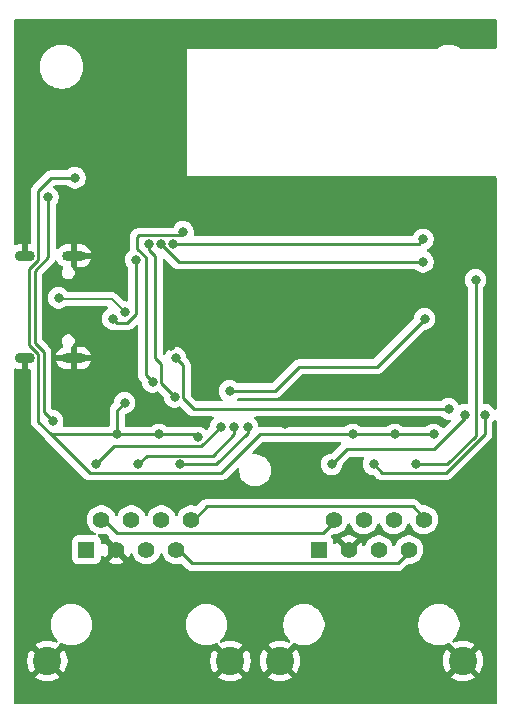
<source format=gbl>
%TF.GenerationSoftware,KiCad,Pcbnew,9.0.0*%
%TF.CreationDate,2025-02-27T15:43:30+01:00*%
%TF.ProjectId,upsy-desky,75707379-2d64-4657-936b-792e6b696361,rev?*%
%TF.SameCoordinates,Original*%
%TF.FileFunction,Copper,L2,Bot*%
%TF.FilePolarity,Positive*%
%FSLAX46Y46*%
G04 Gerber Fmt 4.6, Leading zero omitted, Abs format (unit mm)*
G04 Created by KiCad (PCBNEW 9.0.0) date 2025-02-27 15:43:30*
%MOMM*%
%LPD*%
G01*
G04 APERTURE LIST*
%TA.AperFunction,ComponentPad*%
%ADD10R,1.408000X1.408000*%
%TD*%
%TA.AperFunction,ComponentPad*%
%ADD11C,1.408000*%
%TD*%
%TA.AperFunction,ComponentPad*%
%ADD12C,2.400000*%
%TD*%
%TA.AperFunction,ComponentPad*%
%ADD13O,2.000000X0.900000*%
%TD*%
%TA.AperFunction,ComponentPad*%
%ADD14O,1.700000X0.900000*%
%TD*%
%TA.AperFunction,ViaPad*%
%ADD15C,0.800000*%
%TD*%
%TA.AperFunction,Conductor*%
%ADD16C,0.250000*%
%TD*%
%TA.AperFunction,Conductor*%
%ADD17C,0.200000*%
%TD*%
G04 APERTURE END LIST*
D10*
%TO.P,J1,1,1*%
%TO.N,/DESK_1*%
X132397500Y-115951000D03*
D11*
%TO.P,J1,2,2*%
%TO.N,/DESK_2*%
X133667500Y-113411000D03*
%TO.P,J1,3,3*%
%TO.N,GND*%
X134937500Y-115951000D03*
%TO.P,J1,4,4*%
%TO.N,/DESK_4*%
X136207500Y-113411000D03*
%TO.P,J1,5,5*%
%TO.N,+5V*%
X137477500Y-115951000D03*
%TO.P,J1,6,6*%
%TO.N,/DESK_6*%
X138747500Y-113411000D03*
%TO.P,J1,7,7*%
%TO.N,/DESK_7*%
X140017500Y-115951000D03*
%TO.P,J1,8,8*%
%TO.N,/DESK_8*%
X141287500Y-113411000D03*
D12*
%TO.P,J1,S1,SHIELD*%
%TO.N,GND*%
X129092500Y-125351000D03*
%TO.P,J1,S2,SHIELD__1*%
X144592500Y-125351000D03*
%TD*%
D13*
%TO.P,J3,S1,SHIELD*%
%TO.N,GND*%
X131329000Y-91057000D03*
D14*
X127159000Y-91057000D03*
D13*
X131329000Y-99697000D03*
D14*
X127159000Y-99697000D03*
%TD*%
D10*
%TO.P,J2,1,1*%
%TO.N,/DESK_1*%
X152082500Y-115951000D03*
D11*
%TO.P,J2,2,2*%
%TO.N,/DESK_2*%
X153352500Y-113411000D03*
%TO.P,J2,3,3*%
%TO.N,GND*%
X154622500Y-115951000D03*
%TO.P,J2,4,4*%
%TO.N,/DESK_4*%
X155892500Y-113411000D03*
%TO.P,J2,5,5*%
%TO.N,+5V*%
X157162500Y-115951000D03*
%TO.P,J2,6,6*%
%TO.N,/DESK_6*%
X158432500Y-113411000D03*
%TO.P,J2,7,7*%
%TO.N,/DESK_7*%
X159702500Y-115951000D03*
%TO.P,J2,8,8*%
%TO.N,/DESK_8*%
X160972500Y-113411000D03*
D12*
%TO.P,J2,S1,SHIELD*%
%TO.N,GND*%
X148777500Y-125351000D03*
%TO.P,J2,S2,SHIELD__1*%
X164277500Y-125351000D03*
%TD*%
D15*
%TO.N,GND*%
X165608000Y-85344000D03*
X136906000Y-87249000D03*
X144526000Y-85598000D03*
X139319000Y-95377000D03*
X162306000Y-105029000D03*
X139446000Y-83947000D03*
X132715000Y-82677000D03*
X142494000Y-92837000D03*
X139573000Y-98679000D03*
X149225000Y-105283000D03*
%TO.N,+3V3*%
X141835950Y-106440450D03*
X158496000Y-106172000D03*
X138557000Y-106172000D03*
X161798000Y-106172000D03*
X134620000Y-96393000D03*
X135636000Y-103505000D03*
X154940000Y-106172000D03*
X136582047Y-91382953D03*
X135001000Y-106172000D03*
X131445000Y-84455000D03*
%TO.N,/USB_D-*%
X135636000Y-95826500D03*
X130048000Y-94615000D03*
%TO.N,/DTR*%
X137684497Y-90042989D03*
X139864500Y-102997000D03*
%TO.N,/GPIO0*%
X139954000Y-99695000D03*
X163068000Y-104013000D03*
%TO.N,/RTS*%
X140589000Y-89027000D03*
X137996696Y-101730735D03*
%TO.N,/ESP_TX*%
X160909000Y-89662000D03*
X139731278Y-90042989D03*
%TO.N,/ESP_RX*%
X160909000Y-91567000D03*
X138684000Y-90042989D03*
%TO.N,+5V*%
X129540000Y-105029000D03*
X129159000Y-86106000D03*
%TO.N,/GPIO16*%
X146050000Y-105537000D03*
X140335000Y-108712000D03*
%TO.N,/GPIO17*%
X144907000Y-105537000D03*
X136779000Y-108712000D03*
%TO.N,/GPIO18*%
X144526000Y-102489000D03*
X133223000Y-108712000D03*
X161036000Y-96393000D03*
X143764000Y-105537000D03*
%TO.N,/GPIO19*%
X164465000Y-104521000D03*
X153162000Y-108712000D03*
%TO.N,/GPIO22*%
X156718000Y-108712000D03*
X166116000Y-104521000D03*
%TO.N,/GPIO21*%
X160274000Y-108712000D03*
X165354000Y-93091000D03*
%TD*%
D16*
%TO.N,GND*%
X149479000Y-105029000D02*
X149225000Y-105283000D01*
X162306000Y-105029000D02*
X149479000Y-105029000D01*
%TO.N,/DESK_2*%
X152400000Y-114554000D02*
X135001000Y-114554000D01*
X135001000Y-114554000D02*
X133858000Y-113411000D01*
X153543000Y-113411000D02*
X152400000Y-114554000D01*
%TO.N,/DESK_7*%
X141351000Y-117094000D02*
X140208000Y-115951000D01*
X158750000Y-117094000D02*
X141351000Y-117094000D01*
X159893000Y-115951000D02*
X158750000Y-117094000D01*
%TO.N,/DESK_8*%
X160020000Y-112268000D02*
X142621000Y-112268000D01*
X161163000Y-113411000D02*
X160020000Y-112268000D01*
X142621000Y-112268000D02*
X141478000Y-113411000D01*
%TO.N,+3V3*%
X127566480Y-92144856D02*
X127566480Y-98609143D01*
X132677511Y-109436511D02*
X143801489Y-109436511D01*
X158496000Y-106172000D02*
X161798000Y-106172000D01*
X131445000Y-84455000D02*
X129413000Y-84455000D01*
X128333520Y-85534480D02*
X128333520Y-91377816D01*
X129413000Y-106172000D02*
X138557000Y-106172000D01*
X135001000Y-104140000D02*
X135636000Y-103505000D01*
X135858969Y-96736511D02*
X136582047Y-96013433D01*
X135001000Y-106172000D02*
X135001000Y-104140000D01*
X147066000Y-106172000D02*
X154940000Y-106172000D01*
X143801489Y-109436511D02*
X147066000Y-106172000D01*
X134620000Y-96393000D02*
X134963511Y-96736511D01*
X138557000Y-106172000D02*
X141567500Y-106172000D01*
X134963511Y-96736511D02*
X135858969Y-96736511D01*
X141567500Y-106172000D02*
X141835950Y-106440450D01*
X136582047Y-96013433D02*
X136582047Y-91382953D01*
X154940000Y-106172000D02*
X158496000Y-106172000D01*
X129413000Y-84455000D02*
X128333520Y-85534480D01*
X128333520Y-105092520D02*
X129413000Y-106172000D01*
X128333520Y-91377816D02*
X127566480Y-92144856D01*
X128333520Y-99376184D02*
X128333520Y-105092520D01*
X127566480Y-98609143D02*
X128333520Y-99376184D01*
X129413000Y-106172000D02*
X132677511Y-109436511D01*
D17*
%TO.N,/USB_D-*%
X130048000Y-94615000D02*
X130175000Y-94742000D01*
X130175000Y-94742000D02*
X134551500Y-94742000D01*
X134551500Y-94742000D02*
X135636000Y-95826500D01*
D16*
%TO.N,/DTR*%
X138213489Y-99732489D02*
X138213489Y-91096489D01*
X139864500Y-102997000D02*
X138721207Y-101853707D01*
X138721207Y-100240207D02*
X138213489Y-99732489D01*
X137684497Y-90567497D02*
X137684497Y-90042989D01*
X138721207Y-101853707D02*
X138721207Y-100240207D01*
X138213489Y-91096489D02*
X137684497Y-90567497D01*
%TO.N,/GPIO0*%
X140589000Y-100330000D02*
X139954000Y-99695000D01*
X163068000Y-104013000D02*
X141478000Y-104013000D01*
X140589000Y-103124000D02*
X140589000Y-100330000D01*
X141478000Y-104013000D02*
X140589000Y-103124000D01*
%TO.N,/RTS*%
X140297511Y-89318489D02*
X136868511Y-89318489D01*
X136868511Y-89318489D02*
X136689489Y-89497511D01*
X140589000Y-89027000D02*
X140297511Y-89318489D01*
X137414000Y-101148039D02*
X137996696Y-101730735D01*
X136689489Y-89497511D02*
X136689489Y-90465796D01*
X136689489Y-90465796D02*
X137414000Y-91190307D01*
X137414000Y-91190307D02*
X137414000Y-101148039D01*
%TO.N,/ESP_TX*%
X160528011Y-90042989D02*
X160909000Y-89662000D01*
X139731278Y-90042989D02*
X160528011Y-90042989D01*
%TO.N,/ESP_RX*%
X140208011Y-91567000D02*
X160909000Y-91567000D01*
X138684000Y-90042989D02*
X140208011Y-91567000D01*
%TO.N,+5V*%
X129159000Y-91188054D02*
X129159000Y-86106000D01*
X129540000Y-105029000D02*
X128783040Y-104272040D01*
X128016000Y-98422946D02*
X128016000Y-92331054D01*
X128783040Y-99189986D02*
X128016000Y-98422946D01*
X128783040Y-104272040D02*
X128783040Y-99189986D01*
X128016000Y-92331054D02*
X129159000Y-91188054D01*
%TO.N,/GPIO16*%
X143383000Y-108712000D02*
X140335000Y-108712000D01*
X146050000Y-105537000D02*
X146050000Y-106045000D01*
X146050000Y-106045000D02*
X143383000Y-108712000D01*
%TO.N,/GPIO17*%
X143091511Y-107987489D02*
X137503511Y-107987489D01*
X137503511Y-107987489D02*
X136779000Y-108712000D01*
X144907000Y-106172000D02*
X143091511Y-107987489D01*
X144907000Y-105537000D02*
X144907000Y-106172000D01*
%TO.N,/GPIO18*%
X150368000Y-100457000D02*
X148336000Y-102489000D01*
X148336000Y-102489000D02*
X144526000Y-102489000D01*
X134747000Y-107188000D02*
X133223000Y-108712000D01*
X142113000Y-107188000D02*
X134747000Y-107188000D01*
X156972000Y-100457000D02*
X150368000Y-100457000D01*
X143764000Y-105537000D02*
X142113000Y-107188000D01*
X161036000Y-96393000D02*
X156972000Y-100457000D01*
%TO.N,/GPIO19*%
X164465000Y-104775000D02*
X161798000Y-107442000D01*
X161798000Y-107442000D02*
X154432000Y-107442000D01*
X154432000Y-107442000D02*
X153162000Y-108712000D01*
X164465000Y-104521000D02*
X164465000Y-104775000D01*
%TO.N,/GPIO22*%
X157442511Y-109436511D02*
X156718000Y-108712000D01*
X162852206Y-109436511D02*
X157442511Y-109436511D01*
X166116000Y-106172717D02*
X162852206Y-109436511D01*
X166116000Y-104521000D02*
X166116000Y-106172717D01*
%TO.N,/GPIO21*%
X165354000Y-106299000D02*
X162941000Y-108712000D01*
X162941000Y-108712000D02*
X160274000Y-108712000D01*
X165354000Y-93091000D02*
X165354000Y-106299000D01*
%TD*%
%TA.AperFunction,Conductor*%
%TO.N,GND*%
G36*
X134074122Y-114568660D02*
G01*
X134094865Y-114568068D01*
X134109178Y-114576286D01*
X134123220Y-114579341D01*
X134151930Y-114600834D01*
X134292495Y-114741399D01*
X134326521Y-114803711D01*
X134321456Y-114874526D01*
X134278909Y-114931362D01*
X134277854Y-114932139D01*
X134277854Y-114932144D01*
X134853376Y-115507666D01*
X134763806Y-115531667D01*
X134661194Y-115590910D01*
X134577410Y-115674694D01*
X134518167Y-115777306D01*
X134494166Y-115866876D01*
X133918644Y-115291354D01*
X133900907Y-115315768D01*
X133900902Y-115315775D01*
X133848267Y-115419079D01*
X133799519Y-115470694D01*
X133730604Y-115487760D01*
X133663402Y-115464859D01*
X133619250Y-115409262D01*
X133610000Y-115361876D01*
X133610000Y-115198367D01*
X133609999Y-115198350D01*
X133603490Y-115137803D01*
X133603488Y-115137795D01*
X133552389Y-115000797D01*
X133552387Y-115000792D01*
X133464761Y-114883738D01*
X133402346Y-114837015D01*
X133359799Y-114780179D01*
X133354735Y-114709363D01*
X133388760Y-114647051D01*
X133451072Y-114613026D01*
X133497560Y-114611698D01*
X133572074Y-114623500D01*
X133572078Y-114623500D01*
X133762923Y-114623500D01*
X133762926Y-114623500D01*
X133951428Y-114593644D01*
X134023900Y-114570095D01*
X134039356Y-114569654D01*
X134053846Y-114564250D01*
X134074122Y-114568660D01*
G37*
%TD.AperFunction*%
%TA.AperFunction,Conductor*%
G36*
X127413000Y-100655000D02*
G01*
X127574020Y-100655000D01*
X127642141Y-100675002D01*
X127688634Y-100728658D01*
X127700020Y-100781000D01*
X127700020Y-105030126D01*
X127700020Y-105154914D01*
X127724365Y-105277305D01*
X127772120Y-105392595D01*
X127841449Y-105496353D01*
X127841451Y-105496355D01*
X128920929Y-106575833D01*
X132273672Y-109928578D01*
X132273677Y-109928582D01*
X132273678Y-109928583D01*
X132377436Y-109997912D01*
X132458958Y-110031679D01*
X132492726Y-110045666D01*
X132615117Y-110070011D01*
X132615118Y-110070011D01*
X143863882Y-110070011D01*
X143863883Y-110070011D01*
X143986274Y-110045666D01*
X144101564Y-109997911D01*
X144205322Y-109928582D01*
X145119849Y-109014053D01*
X145182158Y-108980031D01*
X145252973Y-108985095D01*
X145309809Y-109027642D01*
X145334620Y-109094162D01*
X145334554Y-109113024D01*
X145334500Y-109113711D01*
X145334500Y-109113713D01*
X145334500Y-109326287D01*
X145367754Y-109536243D01*
X145433443Y-109738412D01*
X145433444Y-109738413D01*
X145529951Y-109927819D01*
X145530506Y-109928583D01*
X145654896Y-110099792D01*
X145654898Y-110099794D01*
X145654900Y-110099797D01*
X145805202Y-110250099D01*
X145805205Y-110250101D01*
X145805208Y-110250104D01*
X145977184Y-110375051D01*
X146166588Y-110471557D01*
X146368757Y-110537246D01*
X146578713Y-110570500D01*
X146578716Y-110570500D01*
X146791284Y-110570500D01*
X146791287Y-110570500D01*
X147001243Y-110537246D01*
X147203412Y-110471557D01*
X147392816Y-110375051D01*
X147564792Y-110250104D01*
X147715104Y-110099792D01*
X147840051Y-109927816D01*
X147936557Y-109738412D01*
X148002246Y-109536243D01*
X148035500Y-109326287D01*
X148035500Y-109113713D01*
X148002246Y-108903757D01*
X147936557Y-108701588D01*
X147840051Y-108512184D01*
X147715104Y-108340208D01*
X147715101Y-108340205D01*
X147715099Y-108340202D01*
X147564797Y-108189900D01*
X147564794Y-108189898D01*
X147564792Y-108189896D01*
X147424322Y-108087839D01*
X147392819Y-108064951D01*
X147392818Y-108064950D01*
X147392816Y-108064949D01*
X147203412Y-107968443D01*
X147001243Y-107902754D01*
X146791287Y-107869500D01*
X146578713Y-107869500D01*
X146578700Y-107869500D01*
X146578026Y-107869553D01*
X146577774Y-107869500D01*
X146573762Y-107869500D01*
X146573762Y-107868656D01*
X146508548Y-107854951D01*
X146457993Y-107805104D01*
X146442413Y-107735838D01*
X146466754Y-107669145D01*
X146479043Y-107654861D01*
X147291502Y-106842402D01*
X147353812Y-106808379D01*
X147380595Y-106805500D01*
X153868406Y-106805500D01*
X153936527Y-106825502D01*
X153983020Y-106879158D01*
X153993124Y-106949432D01*
X153963630Y-107014012D01*
X153957501Y-107020595D01*
X153211501Y-107766595D01*
X153149189Y-107800621D01*
X153122406Y-107803500D01*
X153072518Y-107803500D01*
X152942091Y-107829444D01*
X152897000Y-107838413D01*
X152896999Y-107838413D01*
X152896996Y-107838414D01*
X152815936Y-107871991D01*
X152741669Y-107902754D01*
X152731662Y-107906899D01*
X152582869Y-108006319D01*
X152582862Y-108006324D01*
X152456324Y-108132862D01*
X152456319Y-108132869D01*
X152356899Y-108281662D01*
X152288414Y-108446996D01*
X152253500Y-108622518D01*
X152253500Y-108801481D01*
X152270838Y-108888645D01*
X152288413Y-108977000D01*
X152356898Y-109142336D01*
X152456322Y-109291135D01*
X152582865Y-109417678D01*
X152731664Y-109517102D01*
X152897000Y-109585587D01*
X153072521Y-109620500D01*
X153072522Y-109620500D01*
X153251478Y-109620500D01*
X153251479Y-109620500D01*
X153427000Y-109585587D01*
X153592336Y-109517102D01*
X153741135Y-109417678D01*
X153867678Y-109291135D01*
X153967102Y-109142336D01*
X154035587Y-108977000D01*
X154070500Y-108801479D01*
X154070500Y-108751594D01*
X154090502Y-108683473D01*
X154107405Y-108662499D01*
X154657499Y-108112405D01*
X154719811Y-108078379D01*
X154746594Y-108075500D01*
X155814923Y-108075500D01*
X155883044Y-108095502D01*
X155929537Y-108149158D01*
X155939641Y-108219432D01*
X155919689Y-108271501D01*
X155912898Y-108281663D01*
X155844414Y-108446996D01*
X155809500Y-108622518D01*
X155809500Y-108801481D01*
X155826838Y-108888645D01*
X155844413Y-108977000D01*
X155912898Y-109142336D01*
X156012322Y-109291135D01*
X156138865Y-109417678D01*
X156287664Y-109517102D01*
X156453000Y-109585587D01*
X156628521Y-109620500D01*
X156678406Y-109620500D01*
X156746527Y-109640502D01*
X156767501Y-109657405D01*
X156950440Y-109840344D01*
X157038678Y-109928582D01*
X157142436Y-109997911D01*
X157257726Y-110045666D01*
X157380117Y-110070011D01*
X157380118Y-110070011D01*
X162914599Y-110070011D01*
X162914600Y-110070011D01*
X163036991Y-110045666D01*
X163152281Y-109997911D01*
X163256039Y-109928582D01*
X166608072Y-106576550D01*
X166677401Y-106472792D01*
X166725155Y-106357501D01*
X166725298Y-106356785D01*
X166749500Y-106235111D01*
X166749500Y-105224503D01*
X166755885Y-105202755D01*
X166757564Y-105180151D01*
X166766671Y-105166021D01*
X166769502Y-105156382D01*
X166774836Y-105148721D01*
X166780147Y-105141665D01*
X166821678Y-105100135D01*
X166902713Y-104978856D01*
X166904836Y-104976037D01*
X166930590Y-104956866D01*
X166955211Y-104936290D01*
X166958847Y-104935833D01*
X166961787Y-104933645D01*
X166993807Y-104931441D01*
X167025654Y-104927441D01*
X167028959Y-104929022D01*
X167032616Y-104928771D01*
X167060742Y-104944228D01*
X167089699Y-104958082D01*
X167091625Y-104961200D01*
X167094836Y-104962965D01*
X167110143Y-104991178D01*
X167127010Y-105018484D01*
X167127687Y-105023516D01*
X167128693Y-105025369D01*
X167128424Y-105028985D01*
X167131500Y-105051819D01*
X167131500Y-128905500D01*
X167111498Y-128973621D01*
X167057842Y-129020114D01*
X167005500Y-129031500D01*
X126364500Y-129031500D01*
X126296379Y-129011498D01*
X126249886Y-128957842D01*
X126238500Y-128905500D01*
X126238500Y-125239049D01*
X127384500Y-125239049D01*
X127384500Y-125462950D01*
X127413722Y-125684922D01*
X127471673Y-125901196D01*
X127557352Y-126108046D01*
X127557357Y-126108055D01*
X127669300Y-126301946D01*
X127718379Y-126365907D01*
X127718381Y-126365908D01*
X128374995Y-125709293D01*
X128383549Y-125729942D01*
X128471099Y-125860970D01*
X128582530Y-125972401D01*
X128713558Y-126059951D01*
X128734205Y-126068503D01*
X128077590Y-126725118D01*
X128077590Y-126725119D01*
X128141552Y-126774199D01*
X128335444Y-126886142D01*
X128335453Y-126886147D01*
X128542303Y-126971826D01*
X128758577Y-127029777D01*
X128980549Y-127058999D01*
X128980559Y-127059000D01*
X129204441Y-127059000D01*
X129204450Y-127058999D01*
X129426422Y-127029777D01*
X129642696Y-126971826D01*
X129849546Y-126886147D01*
X129849555Y-126886142D01*
X130043453Y-126774195D01*
X130107408Y-126725118D01*
X129450794Y-126068503D01*
X129471442Y-126059951D01*
X129602470Y-125972401D01*
X129713901Y-125860970D01*
X129801451Y-125729942D01*
X129810003Y-125709293D01*
X130466618Y-126365908D01*
X130515695Y-126301953D01*
X130627642Y-126108055D01*
X130627647Y-126108046D01*
X130713326Y-125901196D01*
X130771277Y-125684922D01*
X130800499Y-125462950D01*
X130800500Y-125462941D01*
X130800500Y-125239059D01*
X130800499Y-125239049D01*
X130771277Y-125017077D01*
X130713326Y-124800803D01*
X130627647Y-124593953D01*
X130627642Y-124593944D01*
X130515699Y-124400052D01*
X130466618Y-124336090D01*
X129810003Y-124992705D01*
X129801451Y-124972058D01*
X129713901Y-124841030D01*
X129602470Y-124729599D01*
X129471442Y-124642049D01*
X129450793Y-124633496D01*
X130107408Y-123976881D01*
X130106236Y-123959000D01*
X130121740Y-123889717D01*
X130172239Y-123839814D01*
X130241702Y-123825136D01*
X130294966Y-123841640D01*
X130351599Y-123874337D01*
X130351603Y-123874338D01*
X130351612Y-123874344D01*
X130563613Y-123962158D01*
X130785262Y-124021548D01*
X130785266Y-124021548D01*
X130785268Y-124021549D01*
X130843898Y-124029267D01*
X131012766Y-124051500D01*
X131012773Y-124051500D01*
X131242227Y-124051500D01*
X131242234Y-124051500D01*
X131447845Y-124024430D01*
X131469731Y-124021549D01*
X131469731Y-124021548D01*
X131469738Y-124021548D01*
X131691387Y-123962158D01*
X131903388Y-123874344D01*
X132102112Y-123759611D01*
X132284161Y-123619919D01*
X132446419Y-123457661D01*
X132586111Y-123275612D01*
X132700844Y-123076888D01*
X132788658Y-122864887D01*
X132848048Y-122643238D01*
X132878000Y-122415734D01*
X132878000Y-122186266D01*
X132878000Y-122186263D01*
X140807000Y-122186263D01*
X140807000Y-122415736D01*
X140836950Y-122643231D01*
X140836952Y-122643238D01*
X140896342Y-122864887D01*
X140984156Y-123076888D01*
X140984157Y-123076889D01*
X140984162Y-123076900D01*
X141098886Y-123275608D01*
X141098891Y-123275615D01*
X141238573Y-123457652D01*
X141238592Y-123457673D01*
X141400826Y-123619907D01*
X141400847Y-123619926D01*
X141582884Y-123759608D01*
X141582891Y-123759613D01*
X141781599Y-123874337D01*
X141781603Y-123874338D01*
X141781612Y-123874344D01*
X141993613Y-123962158D01*
X142215262Y-124021548D01*
X142215266Y-124021548D01*
X142215268Y-124021549D01*
X142273898Y-124029267D01*
X142442766Y-124051500D01*
X142442773Y-124051500D01*
X142672227Y-124051500D01*
X142672234Y-124051500D01*
X142877845Y-124024430D01*
X142899731Y-124021549D01*
X142899731Y-124021548D01*
X142899738Y-124021548D01*
X143121387Y-123962158D01*
X143333388Y-123874344D01*
X143390032Y-123841640D01*
X143459025Y-123824902D01*
X143526118Y-123848121D01*
X143570006Y-123903928D01*
X143578762Y-123958998D01*
X143577590Y-123976880D01*
X144234206Y-124633496D01*
X144213558Y-124642049D01*
X144082530Y-124729599D01*
X143971099Y-124841030D01*
X143883549Y-124972058D01*
X143874996Y-124992706D01*
X143218380Y-124336090D01*
X143169300Y-124400053D01*
X143057357Y-124593944D01*
X143057352Y-124593953D01*
X142971673Y-124800803D01*
X142913722Y-125017077D01*
X142884500Y-125239049D01*
X142884500Y-125462950D01*
X142913722Y-125684922D01*
X142971673Y-125901196D01*
X143057352Y-126108046D01*
X143057357Y-126108055D01*
X143169300Y-126301946D01*
X143218379Y-126365907D01*
X143218381Y-126365908D01*
X143874995Y-125709293D01*
X143883549Y-125729942D01*
X143971099Y-125860970D01*
X144082530Y-125972401D01*
X144213558Y-126059951D01*
X144234205Y-126068503D01*
X143577590Y-126725118D01*
X143577590Y-126725119D01*
X143641552Y-126774199D01*
X143835444Y-126886142D01*
X143835453Y-126886147D01*
X144042303Y-126971826D01*
X144258577Y-127029777D01*
X144480549Y-127058999D01*
X144480559Y-127059000D01*
X144704441Y-127059000D01*
X144704450Y-127058999D01*
X144926422Y-127029777D01*
X145142696Y-126971826D01*
X145349546Y-126886147D01*
X145349555Y-126886142D01*
X145543453Y-126774195D01*
X145607408Y-126725118D01*
X144950794Y-126068503D01*
X144971442Y-126059951D01*
X145102470Y-125972401D01*
X145213901Y-125860970D01*
X145301451Y-125729942D01*
X145310003Y-125709293D01*
X145966618Y-126365908D01*
X146015695Y-126301953D01*
X146127642Y-126108055D01*
X146127647Y-126108046D01*
X146213326Y-125901196D01*
X146271277Y-125684922D01*
X146300499Y-125462950D01*
X146300500Y-125462941D01*
X146300500Y-125239059D01*
X146300499Y-125239049D01*
X147069500Y-125239049D01*
X147069500Y-125462950D01*
X147098722Y-125684922D01*
X147156673Y-125901196D01*
X147242352Y-126108046D01*
X147242357Y-126108055D01*
X147354300Y-126301946D01*
X147403379Y-126365907D01*
X147403381Y-126365908D01*
X148059995Y-125709293D01*
X148068549Y-125729942D01*
X148156099Y-125860970D01*
X148267530Y-125972401D01*
X148398558Y-126059951D01*
X148419205Y-126068503D01*
X147762590Y-126725118D01*
X147762590Y-126725119D01*
X147826552Y-126774199D01*
X148020444Y-126886142D01*
X148020453Y-126886147D01*
X148227303Y-126971826D01*
X148443577Y-127029777D01*
X148665549Y-127058999D01*
X148665559Y-127059000D01*
X148889441Y-127059000D01*
X148889450Y-127058999D01*
X149111422Y-127029777D01*
X149327696Y-126971826D01*
X149534546Y-126886147D01*
X149534555Y-126886142D01*
X149728453Y-126774195D01*
X149792408Y-126725118D01*
X149135794Y-126068503D01*
X149156442Y-126059951D01*
X149287470Y-125972401D01*
X149398901Y-125860970D01*
X149486451Y-125729942D01*
X149495003Y-125709293D01*
X150151618Y-126365908D01*
X150200695Y-126301953D01*
X150312642Y-126108055D01*
X150312647Y-126108046D01*
X150398326Y-125901196D01*
X150456277Y-125684922D01*
X150485499Y-125462950D01*
X150485500Y-125462941D01*
X150485500Y-125239059D01*
X150485499Y-125239049D01*
X150456277Y-125017077D01*
X150398326Y-124800803D01*
X150312647Y-124593953D01*
X150312642Y-124593944D01*
X150200699Y-124400052D01*
X150151618Y-124336090D01*
X149495003Y-124992705D01*
X149486451Y-124972058D01*
X149398901Y-124841030D01*
X149287470Y-124729599D01*
X149156442Y-124642049D01*
X149135793Y-124633496D01*
X149792408Y-123976881D01*
X149791236Y-123959000D01*
X149806740Y-123889717D01*
X149857239Y-123839814D01*
X149926702Y-123825136D01*
X149979966Y-123841640D01*
X150036599Y-123874337D01*
X150036603Y-123874338D01*
X150036612Y-123874344D01*
X150248613Y-123962158D01*
X150470262Y-124021548D01*
X150470266Y-124021548D01*
X150470268Y-124021549D01*
X150528898Y-124029267D01*
X150697766Y-124051500D01*
X150697773Y-124051500D01*
X150927227Y-124051500D01*
X150927234Y-124051500D01*
X151132845Y-124024430D01*
X151154731Y-124021549D01*
X151154731Y-124021548D01*
X151154738Y-124021548D01*
X151376387Y-123962158D01*
X151588388Y-123874344D01*
X151787112Y-123759611D01*
X151969161Y-123619919D01*
X152131419Y-123457661D01*
X152271111Y-123275612D01*
X152385844Y-123076888D01*
X152473658Y-122864887D01*
X152533048Y-122643238D01*
X152563000Y-122415734D01*
X152563000Y-122186266D01*
X152563000Y-122186263D01*
X160492000Y-122186263D01*
X160492000Y-122415736D01*
X160521950Y-122643231D01*
X160521952Y-122643238D01*
X160581342Y-122864887D01*
X160669156Y-123076888D01*
X160669157Y-123076889D01*
X160669162Y-123076900D01*
X160783886Y-123275608D01*
X160783891Y-123275615D01*
X160923573Y-123457652D01*
X160923592Y-123457673D01*
X161085826Y-123619907D01*
X161085847Y-123619926D01*
X161267884Y-123759608D01*
X161267891Y-123759613D01*
X161466599Y-123874337D01*
X161466603Y-123874338D01*
X161466612Y-123874344D01*
X161678613Y-123962158D01*
X161900262Y-124021548D01*
X161900266Y-124021548D01*
X161900268Y-124021549D01*
X161958898Y-124029267D01*
X162127766Y-124051500D01*
X162127773Y-124051500D01*
X162357227Y-124051500D01*
X162357234Y-124051500D01*
X162562845Y-124024430D01*
X162584731Y-124021549D01*
X162584731Y-124021548D01*
X162584738Y-124021548D01*
X162806387Y-123962158D01*
X163018388Y-123874344D01*
X163075032Y-123841640D01*
X163144025Y-123824902D01*
X163211118Y-123848121D01*
X163255006Y-123903928D01*
X163263762Y-123958998D01*
X163262590Y-123976880D01*
X163919206Y-124633496D01*
X163898558Y-124642049D01*
X163767530Y-124729599D01*
X163656099Y-124841030D01*
X163568549Y-124972058D01*
X163559996Y-124992706D01*
X162903380Y-124336090D01*
X162854300Y-124400053D01*
X162742357Y-124593944D01*
X162742352Y-124593953D01*
X162656673Y-124800803D01*
X162598722Y-125017077D01*
X162569500Y-125239049D01*
X162569500Y-125462950D01*
X162598722Y-125684922D01*
X162656673Y-125901196D01*
X162742352Y-126108046D01*
X162742357Y-126108055D01*
X162854300Y-126301946D01*
X162903379Y-126365907D01*
X162903381Y-126365908D01*
X163559995Y-125709293D01*
X163568549Y-125729942D01*
X163656099Y-125860970D01*
X163767530Y-125972401D01*
X163898558Y-126059951D01*
X163919205Y-126068503D01*
X163262590Y-126725118D01*
X163262590Y-126725119D01*
X163326552Y-126774199D01*
X163520444Y-126886142D01*
X163520453Y-126886147D01*
X163727303Y-126971826D01*
X163943577Y-127029777D01*
X164165549Y-127058999D01*
X164165559Y-127059000D01*
X164389441Y-127059000D01*
X164389450Y-127058999D01*
X164611422Y-127029777D01*
X164827696Y-126971826D01*
X165034546Y-126886147D01*
X165034555Y-126886142D01*
X165228453Y-126774195D01*
X165292408Y-126725118D01*
X164635794Y-126068503D01*
X164656442Y-126059951D01*
X164787470Y-125972401D01*
X164898901Y-125860970D01*
X164986451Y-125729942D01*
X164995003Y-125709293D01*
X165651618Y-126365908D01*
X165700695Y-126301953D01*
X165812642Y-126108055D01*
X165812647Y-126108046D01*
X165898326Y-125901196D01*
X165956277Y-125684922D01*
X165985499Y-125462950D01*
X165985500Y-125462941D01*
X165985500Y-125239059D01*
X165985499Y-125239049D01*
X165956277Y-125017077D01*
X165898326Y-124800803D01*
X165812647Y-124593953D01*
X165812642Y-124593944D01*
X165700699Y-124400052D01*
X165651618Y-124336090D01*
X164995003Y-124992705D01*
X164986451Y-124972058D01*
X164898901Y-124841030D01*
X164787470Y-124729599D01*
X164656442Y-124642049D01*
X164635793Y-124633496D01*
X165292408Y-123976881D01*
X165292407Y-123976879D01*
X165228446Y-123927800D01*
X165034555Y-123815857D01*
X165034546Y-123815852D01*
X164827696Y-123730173D01*
X164611422Y-123672222D01*
X164389450Y-123643000D01*
X164165549Y-123643000D01*
X163943577Y-123672222D01*
X163727303Y-123730173D01*
X163564140Y-123797757D01*
X163493550Y-123805346D01*
X163430063Y-123773566D01*
X163393836Y-123712508D01*
X163396370Y-123641557D01*
X163426825Y-123592254D01*
X163561419Y-123457661D01*
X163701111Y-123275612D01*
X163815844Y-123076888D01*
X163903658Y-122864887D01*
X163963048Y-122643238D01*
X163993000Y-122415734D01*
X163993000Y-122186266D01*
X163963048Y-121958762D01*
X163903658Y-121737113D01*
X163815844Y-121525112D01*
X163815838Y-121525103D01*
X163815837Y-121525099D01*
X163701113Y-121326391D01*
X163701108Y-121326384D01*
X163561426Y-121144347D01*
X163561407Y-121144326D01*
X163399173Y-120982092D01*
X163399152Y-120982073D01*
X163217115Y-120842391D01*
X163217108Y-120842386D01*
X163018400Y-120727662D01*
X163018392Y-120727658D01*
X163018388Y-120727656D01*
X162806387Y-120639842D01*
X162584738Y-120580452D01*
X162584731Y-120580450D01*
X162357236Y-120550500D01*
X162357234Y-120550500D01*
X162127766Y-120550500D01*
X162127763Y-120550500D01*
X161900268Y-120580450D01*
X161678613Y-120639842D01*
X161466610Y-120727657D01*
X161466599Y-120727662D01*
X161267891Y-120842386D01*
X161267884Y-120842391D01*
X161085847Y-120982073D01*
X161085826Y-120982092D01*
X160923592Y-121144326D01*
X160923573Y-121144347D01*
X160783891Y-121326384D01*
X160783886Y-121326391D01*
X160669162Y-121525099D01*
X160669157Y-121525110D01*
X160581342Y-121737113D01*
X160521950Y-121958768D01*
X160492000Y-122186263D01*
X152563000Y-122186263D01*
X152533048Y-121958762D01*
X152473658Y-121737113D01*
X152385844Y-121525112D01*
X152385838Y-121525103D01*
X152385837Y-121525099D01*
X152271113Y-121326391D01*
X152271108Y-121326384D01*
X152131426Y-121144347D01*
X152131407Y-121144326D01*
X151969173Y-120982092D01*
X151969152Y-120982073D01*
X151787115Y-120842391D01*
X151787108Y-120842386D01*
X151588400Y-120727662D01*
X151588392Y-120727658D01*
X151588388Y-120727656D01*
X151376387Y-120639842D01*
X151154738Y-120580452D01*
X151154731Y-120580450D01*
X150927236Y-120550500D01*
X150927234Y-120550500D01*
X150697766Y-120550500D01*
X150697763Y-120550500D01*
X150470268Y-120580450D01*
X150248613Y-120639842D01*
X150036610Y-120727657D01*
X150036599Y-120727662D01*
X149837891Y-120842386D01*
X149837884Y-120842391D01*
X149655847Y-120982073D01*
X149655826Y-120982092D01*
X149493592Y-121144326D01*
X149493573Y-121144347D01*
X149353891Y-121326384D01*
X149353886Y-121326391D01*
X149239162Y-121525099D01*
X149239157Y-121525110D01*
X149151342Y-121737113D01*
X149091950Y-121958768D01*
X149062000Y-122186263D01*
X149062000Y-122415736D01*
X149091950Y-122643231D01*
X149091952Y-122643238D01*
X149151342Y-122864887D01*
X149239156Y-123076888D01*
X149239157Y-123076889D01*
X149239162Y-123076900D01*
X149353886Y-123275608D01*
X149353891Y-123275615D01*
X149493573Y-123457652D01*
X149493592Y-123457673D01*
X149628172Y-123592253D01*
X149662198Y-123654565D01*
X149657133Y-123725380D01*
X149614586Y-123782216D01*
X149548066Y-123807027D01*
X149490859Y-123797757D01*
X149327696Y-123730173D01*
X149111422Y-123672222D01*
X148889450Y-123643000D01*
X148665549Y-123643000D01*
X148443577Y-123672222D01*
X148227303Y-123730173D01*
X148020453Y-123815852D01*
X148020444Y-123815857D01*
X147826553Y-123927800D01*
X147762590Y-123976880D01*
X148419206Y-124633496D01*
X148398558Y-124642049D01*
X148267530Y-124729599D01*
X148156099Y-124841030D01*
X148068549Y-124972058D01*
X148059996Y-124992706D01*
X147403380Y-124336090D01*
X147354300Y-124400053D01*
X147242357Y-124593944D01*
X147242352Y-124593953D01*
X147156673Y-124800803D01*
X147098722Y-125017077D01*
X147069500Y-125239049D01*
X146300499Y-125239049D01*
X146271277Y-125017077D01*
X146213326Y-124800803D01*
X146127647Y-124593953D01*
X146127642Y-124593944D01*
X146015699Y-124400052D01*
X145966618Y-124336090D01*
X145310003Y-124992705D01*
X145301451Y-124972058D01*
X145213901Y-124841030D01*
X145102470Y-124729599D01*
X144971442Y-124642049D01*
X144950793Y-124633496D01*
X145607408Y-123976881D01*
X145607407Y-123976879D01*
X145543446Y-123927800D01*
X145349555Y-123815857D01*
X145349546Y-123815852D01*
X145142696Y-123730173D01*
X144926422Y-123672222D01*
X144704450Y-123643000D01*
X144480549Y-123643000D01*
X144258577Y-123672222D01*
X144042303Y-123730173D01*
X143879140Y-123797757D01*
X143808550Y-123805346D01*
X143745063Y-123773566D01*
X143708836Y-123712508D01*
X143711370Y-123641557D01*
X143741825Y-123592254D01*
X143876419Y-123457661D01*
X144016111Y-123275612D01*
X144130844Y-123076888D01*
X144218658Y-122864887D01*
X144278048Y-122643238D01*
X144308000Y-122415734D01*
X144308000Y-122186266D01*
X144278048Y-121958762D01*
X144218658Y-121737113D01*
X144130844Y-121525112D01*
X144130838Y-121525103D01*
X144130837Y-121525099D01*
X144016113Y-121326391D01*
X144016108Y-121326384D01*
X143876426Y-121144347D01*
X143876407Y-121144326D01*
X143714173Y-120982092D01*
X143714152Y-120982073D01*
X143532115Y-120842391D01*
X143532108Y-120842386D01*
X143333400Y-120727662D01*
X143333392Y-120727658D01*
X143333388Y-120727656D01*
X143121387Y-120639842D01*
X142899738Y-120580452D01*
X142899731Y-120580450D01*
X142672236Y-120550500D01*
X142672234Y-120550500D01*
X142442766Y-120550500D01*
X142442763Y-120550500D01*
X142215268Y-120580450D01*
X141993613Y-120639842D01*
X141781610Y-120727657D01*
X141781599Y-120727662D01*
X141582891Y-120842386D01*
X141582884Y-120842391D01*
X141400847Y-120982073D01*
X141400826Y-120982092D01*
X141238592Y-121144326D01*
X141238573Y-121144347D01*
X141098891Y-121326384D01*
X141098886Y-121326391D01*
X140984162Y-121525099D01*
X140984157Y-121525110D01*
X140896342Y-121737113D01*
X140836950Y-121958768D01*
X140807000Y-122186263D01*
X132878000Y-122186263D01*
X132848048Y-121958762D01*
X132788658Y-121737113D01*
X132700844Y-121525112D01*
X132700838Y-121525103D01*
X132700837Y-121525099D01*
X132586113Y-121326391D01*
X132586108Y-121326384D01*
X132446426Y-121144347D01*
X132446407Y-121144326D01*
X132284173Y-120982092D01*
X132284152Y-120982073D01*
X132102115Y-120842391D01*
X132102108Y-120842386D01*
X131903400Y-120727662D01*
X131903392Y-120727658D01*
X131903388Y-120727656D01*
X131691387Y-120639842D01*
X131469738Y-120580452D01*
X131469731Y-120580450D01*
X131242236Y-120550500D01*
X131242234Y-120550500D01*
X131012766Y-120550500D01*
X131012763Y-120550500D01*
X130785268Y-120580450D01*
X130563613Y-120639842D01*
X130351610Y-120727657D01*
X130351599Y-120727662D01*
X130152891Y-120842386D01*
X130152884Y-120842391D01*
X129970847Y-120982073D01*
X129970826Y-120982092D01*
X129808592Y-121144326D01*
X129808573Y-121144347D01*
X129668891Y-121326384D01*
X129668886Y-121326391D01*
X129554162Y-121525099D01*
X129554157Y-121525110D01*
X129466342Y-121737113D01*
X129406950Y-121958768D01*
X129377000Y-122186263D01*
X129377000Y-122415736D01*
X129406950Y-122643231D01*
X129406952Y-122643238D01*
X129466342Y-122864887D01*
X129554156Y-123076888D01*
X129554157Y-123076889D01*
X129554162Y-123076900D01*
X129668886Y-123275608D01*
X129668891Y-123275615D01*
X129808573Y-123457652D01*
X129808592Y-123457673D01*
X129943172Y-123592253D01*
X129977198Y-123654565D01*
X129972133Y-123725380D01*
X129929586Y-123782216D01*
X129863066Y-123807027D01*
X129805859Y-123797757D01*
X129642696Y-123730173D01*
X129426422Y-123672222D01*
X129204450Y-123643000D01*
X128980549Y-123643000D01*
X128758577Y-123672222D01*
X128542303Y-123730173D01*
X128335453Y-123815852D01*
X128335444Y-123815857D01*
X128141553Y-123927800D01*
X128077590Y-123976880D01*
X128734206Y-124633496D01*
X128713558Y-124642049D01*
X128582530Y-124729599D01*
X128471099Y-124841030D01*
X128383549Y-124972058D01*
X128374996Y-124992706D01*
X127718380Y-124336090D01*
X127669300Y-124400053D01*
X127557357Y-124593944D01*
X127557352Y-124593953D01*
X127471673Y-124800803D01*
X127413722Y-125017077D01*
X127384500Y-125239049D01*
X126238500Y-125239049D01*
X126238500Y-115198350D01*
X131185000Y-115198350D01*
X131185000Y-116703649D01*
X131191509Y-116764196D01*
X131191511Y-116764204D01*
X131242610Y-116901202D01*
X131242612Y-116901207D01*
X131330238Y-117018261D01*
X131447292Y-117105887D01*
X131447294Y-117105888D01*
X131447296Y-117105889D01*
X131506375Y-117127924D01*
X131584295Y-117156988D01*
X131584303Y-117156990D01*
X131644850Y-117163499D01*
X131644855Y-117163499D01*
X131644862Y-117163500D01*
X131644868Y-117163500D01*
X133150132Y-117163500D01*
X133150138Y-117163500D01*
X133150145Y-117163499D01*
X133150149Y-117163499D01*
X133210696Y-117156990D01*
X133210699Y-117156989D01*
X133210701Y-117156989D01*
X133347704Y-117105889D01*
X133373958Y-117086236D01*
X133464761Y-117018261D01*
X133552387Y-116901207D01*
X133552387Y-116901206D01*
X133552389Y-116901204D01*
X133603489Y-116764201D01*
X133605995Y-116740896D01*
X133609999Y-116703649D01*
X133610000Y-116703632D01*
X133610000Y-116540122D01*
X133630002Y-116472001D01*
X133683658Y-116425508D01*
X133753932Y-116415404D01*
X133818512Y-116444898D01*
X133848267Y-116482920D01*
X133900904Y-116586227D01*
X133918643Y-116610643D01*
X133918644Y-116610643D01*
X134494166Y-116035121D01*
X134518167Y-116124694D01*
X134577410Y-116227306D01*
X134661194Y-116311090D01*
X134763806Y-116370333D01*
X134853375Y-116394333D01*
X134277855Y-116969853D01*
X134277855Y-116969855D01*
X134302268Y-116987593D01*
X134472251Y-117074203D01*
X134472257Y-117074206D01*
X134653684Y-117133155D01*
X134842116Y-117163000D01*
X135032884Y-117163000D01*
X135221315Y-117133155D01*
X135402742Y-117074206D01*
X135402748Y-117074203D01*
X135572730Y-116987593D01*
X135597143Y-116969855D01*
X135597143Y-116969854D01*
X135021623Y-116394333D01*
X135111194Y-116370333D01*
X135213806Y-116311090D01*
X135297590Y-116227306D01*
X135356833Y-116124694D01*
X135380833Y-116035123D01*
X135956353Y-116610643D01*
X135956355Y-116610643D01*
X135974093Y-116586230D01*
X136060703Y-116416248D01*
X136060706Y-116416242D01*
X136087404Y-116334074D01*
X136127477Y-116275468D01*
X136192874Y-116247831D01*
X136262830Y-116259938D01*
X136315137Y-116307944D01*
X136327070Y-116334073D01*
X136353832Y-116416438D01*
X136440477Y-116586488D01*
X136552657Y-116740891D01*
X136552659Y-116740893D01*
X136552661Y-116740896D01*
X136687603Y-116875838D01*
X136687606Y-116875840D01*
X136687609Y-116875843D01*
X136842012Y-116988023D01*
X137012062Y-117074668D01*
X137193572Y-117133644D01*
X137382074Y-117163500D01*
X137382077Y-117163500D01*
X137572923Y-117163500D01*
X137572926Y-117163500D01*
X137761428Y-117133644D01*
X137942938Y-117074668D01*
X138112988Y-116988023D01*
X138267391Y-116875843D01*
X138402343Y-116740891D01*
X138514523Y-116586488D01*
X138601168Y-116416438D01*
X138627667Y-116334881D01*
X138667741Y-116276276D01*
X138733137Y-116248639D01*
X138803094Y-116260746D01*
X138855400Y-116308752D01*
X138867333Y-116334882D01*
X138889342Y-116402621D01*
X138893832Y-116416438D01*
X138980477Y-116586488D01*
X139092657Y-116740891D01*
X139092659Y-116740893D01*
X139092661Y-116740896D01*
X139227603Y-116875838D01*
X139227606Y-116875840D01*
X139227609Y-116875843D01*
X139382012Y-116988023D01*
X139552062Y-117074668D01*
X139733572Y-117133644D01*
X139922074Y-117163500D01*
X139922077Y-117163500D01*
X140112923Y-117163500D01*
X140112926Y-117163500D01*
X140301428Y-117133644D01*
X140373900Y-117110095D01*
X140444865Y-117108068D01*
X140501930Y-117140834D01*
X140858929Y-117497833D01*
X140947167Y-117586071D01*
X141050925Y-117655400D01*
X141166215Y-117703155D01*
X141288606Y-117727500D01*
X141288607Y-117727500D01*
X158812393Y-117727500D01*
X158812394Y-117727500D01*
X158934785Y-117703155D01*
X159050075Y-117655400D01*
X159153833Y-117586071D01*
X159539498Y-117200404D01*
X159601811Y-117166380D01*
X159628594Y-117163500D01*
X159797923Y-117163500D01*
X159797926Y-117163500D01*
X159986428Y-117133644D01*
X160167938Y-117074668D01*
X160337988Y-116988023D01*
X160492391Y-116875843D01*
X160627343Y-116740891D01*
X160739523Y-116586488D01*
X160826168Y-116416438D01*
X160885144Y-116234928D01*
X160915000Y-116046426D01*
X160915000Y-115855574D01*
X160885144Y-115667072D01*
X160826168Y-115485562D01*
X160739523Y-115315512D01*
X160627343Y-115161109D01*
X160627340Y-115161106D01*
X160627338Y-115161103D01*
X160492396Y-115026161D01*
X160492393Y-115026159D01*
X160492391Y-115026157D01*
X160362993Y-114932144D01*
X160337991Y-114913979D01*
X160337990Y-114913978D01*
X160337988Y-114913977D01*
X160167938Y-114827332D01*
X160167935Y-114827331D01*
X160167933Y-114827330D01*
X159986433Y-114768357D01*
X159986429Y-114768356D01*
X159986428Y-114768356D01*
X159797926Y-114738500D01*
X159607074Y-114738500D01*
X159418572Y-114768356D01*
X159418566Y-114768357D01*
X159237066Y-114827330D01*
X159237060Y-114827333D01*
X159067008Y-114913979D01*
X158912606Y-115026159D01*
X158912603Y-115026161D01*
X158777661Y-115161103D01*
X158777659Y-115161106D01*
X158665479Y-115315508D01*
X158578833Y-115485560D01*
X158578832Y-115485563D01*
X158552333Y-115567118D01*
X158512259Y-115625723D01*
X158446862Y-115653360D01*
X158376906Y-115641253D01*
X158324600Y-115593247D01*
X158312667Y-115567118D01*
X158301148Y-115531667D01*
X158286168Y-115485562D01*
X158199523Y-115315512D01*
X158087343Y-115161109D01*
X158087340Y-115161106D01*
X158087338Y-115161103D01*
X157952396Y-115026161D01*
X157952393Y-115026159D01*
X157952391Y-115026157D01*
X157822993Y-114932144D01*
X157797991Y-114913979D01*
X157797990Y-114913978D01*
X157797988Y-114913977D01*
X157627938Y-114827332D01*
X157627935Y-114827331D01*
X157627933Y-114827330D01*
X157446433Y-114768357D01*
X157446429Y-114768356D01*
X157446428Y-114768356D01*
X157257926Y-114738500D01*
X157067074Y-114738500D01*
X156878572Y-114768356D01*
X156878566Y-114768357D01*
X156697066Y-114827330D01*
X156697060Y-114827333D01*
X156527008Y-114913979D01*
X156372606Y-115026159D01*
X156372603Y-115026161D01*
X156237661Y-115161103D01*
X156237659Y-115161106D01*
X156125479Y-115315508D01*
X156038833Y-115485560D01*
X156038832Y-115485563D01*
X156012070Y-115567926D01*
X155971996Y-115626532D01*
X155906599Y-115654168D01*
X155836642Y-115642061D01*
X155784336Y-115594054D01*
X155772404Y-115567925D01*
X155745706Y-115485757D01*
X155745703Y-115485751D01*
X155659093Y-115315768D01*
X155641355Y-115291355D01*
X155641353Y-115291355D01*
X155065833Y-115866875D01*
X155041833Y-115777306D01*
X154982590Y-115674694D01*
X154898806Y-115590910D01*
X154796194Y-115531667D01*
X154706622Y-115507666D01*
X155282143Y-114932144D01*
X155282143Y-114932143D01*
X155257730Y-114914406D01*
X155087748Y-114827796D01*
X155087742Y-114827793D01*
X154906315Y-114768844D01*
X154717884Y-114739000D01*
X154527116Y-114739000D01*
X154338684Y-114768844D01*
X154157257Y-114827793D01*
X154157245Y-114827798D01*
X153987280Y-114914399D01*
X153987268Y-114914407D01*
X153962854Y-114932144D01*
X154538376Y-115507666D01*
X154448806Y-115531667D01*
X154346194Y-115590910D01*
X154262410Y-115674694D01*
X154203167Y-115777306D01*
X154179166Y-115866876D01*
X153603643Y-115291354D01*
X153585907Y-115315768D01*
X153585902Y-115315775D01*
X153533267Y-115419079D01*
X153484519Y-115470694D01*
X153415604Y-115487760D01*
X153348402Y-115464859D01*
X153304250Y-115409262D01*
X153295000Y-115361876D01*
X153295000Y-115198367D01*
X153294999Y-115198350D01*
X153288490Y-115137803D01*
X153288488Y-115137795D01*
X153251434Y-115038450D01*
X153251432Y-115038447D01*
X153237389Y-115000796D01*
X153149761Y-114883739D01*
X153142522Y-114878320D01*
X153131967Y-114862801D01*
X153124579Y-114839869D01*
X153113032Y-114818723D01*
X153113892Y-114806697D01*
X153110196Y-114795225D01*
X153116378Y-114771941D01*
X153118097Y-114747908D01*
X153126041Y-114735547D01*
X153128415Y-114726606D01*
X153136578Y-114719150D01*
X153147058Y-114702845D01*
X153189498Y-114660405D01*
X153251810Y-114626379D01*
X153278593Y-114623500D01*
X153447923Y-114623500D01*
X153447926Y-114623500D01*
X153636428Y-114593644D01*
X153817938Y-114534668D01*
X153987988Y-114448023D01*
X154142391Y-114335843D01*
X154277343Y-114200891D01*
X154389523Y-114046488D01*
X154476168Y-113876438D01*
X154502667Y-113794881D01*
X154542741Y-113736276D01*
X154608137Y-113708639D01*
X154678094Y-113720746D01*
X154730400Y-113768752D01*
X154742333Y-113794882D01*
X154759215Y-113846842D01*
X154768832Y-113876438D01*
X154855477Y-114046488D01*
X154967657Y-114200891D01*
X154967659Y-114200893D01*
X154967661Y-114200896D01*
X155102603Y-114335838D01*
X155102606Y-114335840D01*
X155102609Y-114335843D01*
X155257012Y-114448023D01*
X155427062Y-114534668D01*
X155608572Y-114593644D01*
X155797074Y-114623500D01*
X155797077Y-114623500D01*
X155987923Y-114623500D01*
X155987926Y-114623500D01*
X156176428Y-114593644D01*
X156357938Y-114534668D01*
X156527988Y-114448023D01*
X156682391Y-114335843D01*
X156817343Y-114200891D01*
X156929523Y-114046488D01*
X157016168Y-113876438D01*
X157042667Y-113794881D01*
X157082741Y-113736276D01*
X157148137Y-113708639D01*
X157218094Y-113720746D01*
X157270400Y-113768752D01*
X157282333Y-113794882D01*
X157299215Y-113846842D01*
X157308832Y-113876438D01*
X157395477Y-114046488D01*
X157507657Y-114200891D01*
X157507659Y-114200893D01*
X157507661Y-114200896D01*
X157642603Y-114335838D01*
X157642606Y-114335840D01*
X157642609Y-114335843D01*
X157797012Y-114448023D01*
X157967062Y-114534668D01*
X158148572Y-114593644D01*
X158337074Y-114623500D01*
X158337077Y-114623500D01*
X158527923Y-114623500D01*
X158527926Y-114623500D01*
X158716428Y-114593644D01*
X158897938Y-114534668D01*
X159067988Y-114448023D01*
X159222391Y-114335843D01*
X159357343Y-114200891D01*
X159469523Y-114046488D01*
X159556168Y-113876438D01*
X159582667Y-113794881D01*
X159622741Y-113736276D01*
X159688137Y-113708639D01*
X159758094Y-113720746D01*
X159810400Y-113768752D01*
X159822333Y-113794882D01*
X159839215Y-113846842D01*
X159848832Y-113876438D01*
X159935477Y-114046488D01*
X160047657Y-114200891D01*
X160047659Y-114200893D01*
X160047661Y-114200896D01*
X160182603Y-114335838D01*
X160182606Y-114335840D01*
X160182609Y-114335843D01*
X160337012Y-114448023D01*
X160507062Y-114534668D01*
X160688572Y-114593644D01*
X160877074Y-114623500D01*
X160877077Y-114623500D01*
X161067923Y-114623500D01*
X161067926Y-114623500D01*
X161256428Y-114593644D01*
X161437938Y-114534668D01*
X161607988Y-114448023D01*
X161762391Y-114335843D01*
X161897343Y-114200891D01*
X162009523Y-114046488D01*
X162096168Y-113876438D01*
X162155144Y-113694928D01*
X162185000Y-113506426D01*
X162185000Y-113315574D01*
X162155144Y-113127072D01*
X162096168Y-112945562D01*
X162009523Y-112775512D01*
X161897343Y-112621109D01*
X161897340Y-112621106D01*
X161897338Y-112621103D01*
X161762396Y-112486161D01*
X161762393Y-112486159D01*
X161762391Y-112486157D01*
X161607988Y-112373977D01*
X161437938Y-112287332D01*
X161437935Y-112287331D01*
X161437933Y-112287330D01*
X161256433Y-112228357D01*
X161256429Y-112228356D01*
X161256428Y-112228356D01*
X161067926Y-112198500D01*
X160898594Y-112198500D01*
X160830473Y-112178498D01*
X160809499Y-112161595D01*
X160423835Y-111775931D01*
X160423833Y-111775929D01*
X160320075Y-111706600D01*
X160204785Y-111658845D01*
X160131086Y-111644185D01*
X160082396Y-111634500D01*
X160082394Y-111634500D01*
X142683394Y-111634500D01*
X142558606Y-111634500D01*
X142558603Y-111634500D01*
X142485568Y-111649028D01*
X142436215Y-111658845D01*
X142436213Y-111658845D01*
X142436212Y-111658846D01*
X142320923Y-111706601D01*
X142217171Y-111775926D01*
X142217169Y-111775927D01*
X141771929Y-112221165D01*
X141709617Y-112255190D01*
X141643899Y-112251902D01*
X141571436Y-112228358D01*
X141571435Y-112228357D01*
X141526026Y-112221165D01*
X141382926Y-112198500D01*
X141192074Y-112198500D01*
X141003572Y-112228356D01*
X141003566Y-112228357D01*
X140822066Y-112287330D01*
X140822060Y-112287333D01*
X140652008Y-112373979D01*
X140497606Y-112486159D01*
X140497603Y-112486161D01*
X140362661Y-112621103D01*
X140362659Y-112621106D01*
X140250479Y-112775508D01*
X140250477Y-112775512D01*
X140163832Y-112945562D01*
X140137333Y-113027118D01*
X140097259Y-113085723D01*
X140031862Y-113113360D01*
X139961906Y-113101253D01*
X139909600Y-113053247D01*
X139897667Y-113027118D01*
X139871168Y-112945562D01*
X139784523Y-112775512D01*
X139672343Y-112621109D01*
X139672340Y-112621106D01*
X139672338Y-112621103D01*
X139537396Y-112486161D01*
X139537393Y-112486159D01*
X139537391Y-112486157D01*
X139382988Y-112373977D01*
X139212938Y-112287332D01*
X139212935Y-112287331D01*
X139212933Y-112287330D01*
X139031433Y-112228357D01*
X139031429Y-112228356D01*
X139031428Y-112228356D01*
X138842926Y-112198500D01*
X138652074Y-112198500D01*
X138463572Y-112228356D01*
X138463566Y-112228357D01*
X138282066Y-112287330D01*
X138282060Y-112287333D01*
X138112008Y-112373979D01*
X137957606Y-112486159D01*
X137957603Y-112486161D01*
X137822661Y-112621103D01*
X137822659Y-112621106D01*
X137710479Y-112775508D01*
X137710477Y-112775512D01*
X137623832Y-112945562D01*
X137597333Y-113027118D01*
X137557259Y-113085723D01*
X137491862Y-113113360D01*
X137421906Y-113101253D01*
X137369600Y-113053247D01*
X137357667Y-113027118D01*
X137331168Y-112945562D01*
X137244523Y-112775512D01*
X137132343Y-112621109D01*
X137132340Y-112621106D01*
X137132338Y-112621103D01*
X136997396Y-112486161D01*
X136997393Y-112486159D01*
X136997391Y-112486157D01*
X136842988Y-112373977D01*
X136672938Y-112287332D01*
X136672935Y-112287331D01*
X136672933Y-112287330D01*
X136491433Y-112228357D01*
X136491429Y-112228356D01*
X136491428Y-112228356D01*
X136302926Y-112198500D01*
X136112074Y-112198500D01*
X135923572Y-112228356D01*
X135923566Y-112228357D01*
X135742066Y-112287330D01*
X135742060Y-112287333D01*
X135572008Y-112373979D01*
X135417606Y-112486159D01*
X135417603Y-112486161D01*
X135282661Y-112621103D01*
X135282659Y-112621106D01*
X135170479Y-112775508D01*
X135170477Y-112775512D01*
X135083832Y-112945562D01*
X135057333Y-113027118D01*
X135017259Y-113085723D01*
X134951862Y-113113360D01*
X134881906Y-113101253D01*
X134829600Y-113053247D01*
X134817667Y-113027118D01*
X134791168Y-112945562D01*
X134704523Y-112775512D01*
X134592343Y-112621109D01*
X134592340Y-112621106D01*
X134592338Y-112621103D01*
X134457396Y-112486161D01*
X134457393Y-112486159D01*
X134457391Y-112486157D01*
X134302988Y-112373977D01*
X134132938Y-112287332D01*
X134132935Y-112287331D01*
X134132933Y-112287330D01*
X133951433Y-112228357D01*
X133951429Y-112228356D01*
X133951428Y-112228356D01*
X133762926Y-112198500D01*
X133572074Y-112198500D01*
X133383572Y-112228356D01*
X133383566Y-112228357D01*
X133202066Y-112287330D01*
X133202060Y-112287333D01*
X133032008Y-112373979D01*
X132877606Y-112486159D01*
X132877603Y-112486161D01*
X132742661Y-112621103D01*
X132742659Y-112621106D01*
X132630479Y-112775508D01*
X132543833Y-112945560D01*
X132543830Y-112945566D01*
X132484857Y-113127066D01*
X132484857Y-113127068D01*
X132484856Y-113127072D01*
X132455000Y-113315574D01*
X132455000Y-113506426D01*
X132482414Y-113679510D01*
X132484857Y-113694933D01*
X132543830Y-113876433D01*
X132543832Y-113876438D01*
X132630477Y-114046488D01*
X132742657Y-114200891D01*
X132742659Y-114200893D01*
X132742661Y-114200896D01*
X132877603Y-114335838D01*
X132877606Y-114335840D01*
X132877609Y-114335843D01*
X133032012Y-114448023D01*
X133134482Y-114500234D01*
X133186096Y-114548981D01*
X133203162Y-114617896D01*
X133180261Y-114685098D01*
X133124664Y-114729250D01*
X133077278Y-114738500D01*
X131644850Y-114738500D01*
X131584303Y-114745009D01*
X131584295Y-114745011D01*
X131447297Y-114796110D01*
X131447292Y-114796112D01*
X131330238Y-114883738D01*
X131242612Y-115000792D01*
X131242610Y-115000797D01*
X131191511Y-115137795D01*
X131191509Y-115137803D01*
X131185000Y-115198350D01*
X126238500Y-115198350D01*
X126238500Y-100706905D01*
X126258502Y-100638784D01*
X126312158Y-100592291D01*
X126382432Y-100582187D01*
X126412719Y-100590496D01*
X126479562Y-100618183D01*
X126479561Y-100618183D01*
X126664641Y-100654999D01*
X126664645Y-100655000D01*
X126905000Y-100655000D01*
X126905000Y-99997000D01*
X127413000Y-99997000D01*
X127413000Y-100655000D01*
G37*
%TD.AperFunction*%
%TA.AperFunction,Conductor*%
G36*
X167073621Y-71013502D02*
G01*
X167120114Y-71067158D01*
X167131500Y-71119500D01*
X167131500Y-73401000D01*
X167111498Y-73469121D01*
X167057842Y-73515614D01*
X167005500Y-73527000D01*
X164152725Y-73527000D01*
X164089725Y-73510119D01*
X163888224Y-73393782D01*
X163888216Y-73393778D01*
X163888212Y-73393776D01*
X163664100Y-73300946D01*
X163664097Y-73300945D01*
X163664095Y-73300944D01*
X163429782Y-73238160D01*
X163189290Y-73206500D01*
X163189288Y-73206500D01*
X162946712Y-73206500D01*
X162946709Y-73206500D01*
X162706217Y-73238160D01*
X162471904Y-73300944D01*
X162471900Y-73300946D01*
X162247786Y-73393777D01*
X162247775Y-73393782D01*
X162046275Y-73510119D01*
X161983275Y-73527000D01*
X140940000Y-73527000D01*
X140940000Y-84307000D01*
X167005500Y-84307000D01*
X167073621Y-84327002D01*
X167120114Y-84380658D01*
X167131500Y-84433000D01*
X167131500Y-103990180D01*
X167111498Y-104058301D01*
X167057842Y-104104794D01*
X166987568Y-104114898D01*
X166922988Y-104085404D01*
X166900735Y-104060182D01*
X166853961Y-103990180D01*
X166821678Y-103941865D01*
X166695135Y-103815322D01*
X166546336Y-103715898D01*
X166382246Y-103647929D01*
X166381003Y-103647414D01*
X166381001Y-103647413D01*
X166381000Y-103647413D01*
X166292645Y-103629838D01*
X166205481Y-103612500D01*
X166205479Y-103612500D01*
X166113500Y-103612500D01*
X166045379Y-103592498D01*
X165998886Y-103538842D01*
X165987500Y-103486500D01*
X165987500Y-93794503D01*
X166007502Y-93726382D01*
X166024405Y-93705408D01*
X166059678Y-93670135D01*
X166159102Y-93521336D01*
X166227587Y-93356000D01*
X166262500Y-93180479D01*
X166262500Y-93001521D01*
X166227587Y-92826000D01*
X166159102Y-92660664D01*
X166059678Y-92511865D01*
X165933135Y-92385322D01*
X165784336Y-92285898D01*
X165667265Y-92237405D01*
X165619003Y-92217414D01*
X165619001Y-92217413D01*
X165619000Y-92217413D01*
X165530645Y-92199838D01*
X165443481Y-92182500D01*
X165443479Y-92182500D01*
X165264521Y-92182500D01*
X165264518Y-92182500D01*
X165133771Y-92208507D01*
X165089000Y-92217413D01*
X165088999Y-92217413D01*
X165088996Y-92217414D01*
X164923662Y-92285899D01*
X164774869Y-92385319D01*
X164774862Y-92385324D01*
X164648324Y-92511862D01*
X164648319Y-92511869D01*
X164548899Y-92660662D01*
X164480414Y-92825996D01*
X164445500Y-93001518D01*
X164445500Y-93001521D01*
X164445500Y-93180479D01*
X164480413Y-93356000D01*
X164548898Y-93521336D01*
X164648322Y-93670135D01*
X164648324Y-93670137D01*
X164683595Y-93705408D01*
X164717621Y-93767720D01*
X164720500Y-93794503D01*
X164720500Y-103491991D01*
X164700498Y-103560112D01*
X164646842Y-103606605D01*
X164576568Y-103616709D01*
X164569923Y-103615571D01*
X164554484Y-103612500D01*
X164554479Y-103612500D01*
X164375521Y-103612500D01*
X164375518Y-103612500D01*
X164199994Y-103647414D01*
X164060276Y-103705288D01*
X163989686Y-103712877D01*
X163926199Y-103681098D01*
X163895649Y-103637097D01*
X163887204Y-103616709D01*
X163873102Y-103582664D01*
X163773678Y-103433865D01*
X163647135Y-103307322D01*
X163498336Y-103207898D01*
X163381265Y-103159405D01*
X163333003Y-103139414D01*
X163333001Y-103139413D01*
X163333000Y-103139413D01*
X163244645Y-103121838D01*
X163157481Y-103104500D01*
X163157479Y-103104500D01*
X162978521Y-103104500D01*
X162978518Y-103104500D01*
X162873554Y-103125379D01*
X162803000Y-103139413D01*
X162802999Y-103139413D01*
X162802996Y-103139414D01*
X162637662Y-103207899D01*
X162488869Y-103307319D01*
X162488862Y-103307324D01*
X162453592Y-103342595D01*
X162391280Y-103376621D01*
X162364497Y-103379500D01*
X145224503Y-103379500D01*
X145202915Y-103373161D01*
X145180471Y-103371556D01*
X145169514Y-103363354D01*
X145156382Y-103359498D01*
X145141646Y-103342492D01*
X145123635Y-103329009D01*
X145118852Y-103316186D01*
X145109889Y-103305842D01*
X145106686Y-103283569D01*
X145098824Y-103262489D01*
X145101732Y-103249116D01*
X145099785Y-103235568D01*
X145109132Y-103215101D01*
X145113915Y-103193115D01*
X145127400Y-103175101D01*
X145129279Y-103170988D01*
X145135408Y-103164405D01*
X145140408Y-103159405D01*
X145202720Y-103125379D01*
X145229503Y-103122500D01*
X148398393Y-103122500D01*
X148398394Y-103122500D01*
X148520785Y-103098155D01*
X148636075Y-103050400D01*
X148739833Y-102981071D01*
X150593499Y-101127405D01*
X150655811Y-101093379D01*
X150682594Y-101090500D01*
X157034393Y-101090500D01*
X157034394Y-101090500D01*
X157156785Y-101066155D01*
X157272075Y-101018400D01*
X157375833Y-100949071D01*
X160986499Y-97338405D01*
X161048811Y-97304379D01*
X161075594Y-97301500D01*
X161125478Y-97301500D01*
X161125479Y-97301500D01*
X161301000Y-97266587D01*
X161466336Y-97198102D01*
X161615135Y-97098678D01*
X161741678Y-96972135D01*
X161841102Y-96823336D01*
X161909587Y-96658000D01*
X161944500Y-96482479D01*
X161944500Y-96303521D01*
X161909587Y-96128000D01*
X161841102Y-95962664D01*
X161741678Y-95813865D01*
X161615135Y-95687322D01*
X161466336Y-95587898D01*
X161310867Y-95523500D01*
X161301003Y-95519414D01*
X161301001Y-95519413D01*
X161301000Y-95519413D01*
X161206440Y-95500604D01*
X161125481Y-95484500D01*
X161125479Y-95484500D01*
X160946521Y-95484500D01*
X160946518Y-95484500D01*
X160815771Y-95510507D01*
X160771000Y-95519413D01*
X160770999Y-95519413D01*
X160770996Y-95519414D01*
X160675400Y-95559012D01*
X160605667Y-95587897D01*
X160605662Y-95587899D01*
X160456869Y-95687319D01*
X160456862Y-95687324D01*
X160330324Y-95813862D01*
X160330319Y-95813869D01*
X160230899Y-95962662D01*
X160162414Y-96127996D01*
X160127500Y-96303518D01*
X160127500Y-96353406D01*
X160107498Y-96421527D01*
X160090595Y-96442501D01*
X156746501Y-99786595D01*
X156684189Y-99820621D01*
X156657406Y-99823500D01*
X150305603Y-99823500D01*
X150232568Y-99838028D01*
X150183215Y-99847845D01*
X150183213Y-99847845D01*
X150183212Y-99847846D01*
X150067923Y-99895601D01*
X149964171Y-99964926D01*
X149964164Y-99964931D01*
X148110501Y-101818595D01*
X148048189Y-101852621D01*
X148021406Y-101855500D01*
X145229503Y-101855500D01*
X145161382Y-101835498D01*
X145140408Y-101818595D01*
X145105137Y-101783324D01*
X145105135Y-101783322D01*
X144956336Y-101683898D01*
X144821890Y-101628208D01*
X144791003Y-101615414D01*
X144791001Y-101615413D01*
X144791000Y-101615413D01*
X144702645Y-101597838D01*
X144615481Y-101580500D01*
X144615479Y-101580500D01*
X144436521Y-101580500D01*
X144436518Y-101580500D01*
X144305771Y-101606507D01*
X144261000Y-101615413D01*
X144260999Y-101615413D01*
X144260996Y-101615414D01*
X144129902Y-101669716D01*
X144102096Y-101681234D01*
X144095662Y-101683899D01*
X143946869Y-101783319D01*
X143946862Y-101783324D01*
X143820324Y-101909862D01*
X143820319Y-101909869D01*
X143720899Y-102058662D01*
X143652414Y-102223996D01*
X143617500Y-102399518D01*
X143617500Y-102578481D01*
X143622640Y-102604319D01*
X143652413Y-102754000D01*
X143720898Y-102919336D01*
X143820322Y-103068135D01*
X143820324Y-103068137D01*
X143916592Y-103164405D01*
X143950618Y-103226717D01*
X143945553Y-103297532D01*
X143903006Y-103354368D01*
X143836486Y-103379179D01*
X143827497Y-103379500D01*
X141792594Y-103379500D01*
X141724473Y-103359498D01*
X141703499Y-103342595D01*
X141259405Y-102898501D01*
X141225379Y-102836189D01*
X141222500Y-102809406D01*
X141222500Y-100267607D01*
X141222499Y-100267603D01*
X141198155Y-100145215D01*
X141160962Y-100055423D01*
X141150401Y-100029925D01*
X141081072Y-99926167D01*
X140899405Y-99744500D01*
X140865379Y-99682188D01*
X140862500Y-99655405D01*
X140862500Y-99605522D01*
X140862499Y-99605518D01*
X140857663Y-99581204D01*
X140827587Y-99430000D01*
X140759102Y-99264664D01*
X140659678Y-99115865D01*
X140533135Y-98989322D01*
X140384336Y-98889898D01*
X140267429Y-98841473D01*
X140219003Y-98821414D01*
X140219001Y-98821413D01*
X140219000Y-98821413D01*
X140128960Y-98803503D01*
X140043481Y-98786500D01*
X140043479Y-98786500D01*
X139864521Y-98786500D01*
X139864518Y-98786500D01*
X139733771Y-98812507D01*
X139689000Y-98821413D01*
X139688999Y-98821413D01*
X139688996Y-98821414D01*
X139523662Y-98889899D01*
X139374869Y-98989319D01*
X139374862Y-98989324D01*
X139248324Y-99115862D01*
X139248319Y-99115869D01*
X139148897Y-99264664D01*
X139148895Y-99264668D01*
X139089397Y-99408308D01*
X139044849Y-99463589D01*
X138977485Y-99486009D01*
X138908694Y-99468450D01*
X138860316Y-99416488D01*
X138846989Y-99360089D01*
X138846989Y-91406072D01*
X138866991Y-91337951D01*
X138920647Y-91291458D01*
X138990921Y-91281354D01*
X139055501Y-91310848D01*
X139062084Y-91316977D01*
X139804178Y-92059071D01*
X139907936Y-92128400D01*
X140023226Y-92176155D01*
X140145617Y-92200500D01*
X140270405Y-92200500D01*
X160205497Y-92200500D01*
X160273618Y-92220502D01*
X160294592Y-92237405D01*
X160329865Y-92272678D01*
X160478664Y-92372102D01*
X160644000Y-92440587D01*
X160819521Y-92475500D01*
X160819522Y-92475500D01*
X160998478Y-92475500D01*
X160998479Y-92475500D01*
X161174000Y-92440587D01*
X161339336Y-92372102D01*
X161488135Y-92272678D01*
X161614678Y-92146135D01*
X161714102Y-91997336D01*
X161782587Y-91832000D01*
X161817500Y-91656479D01*
X161817500Y-91477521D01*
X161782587Y-91302000D01*
X161714102Y-91136664D01*
X161614678Y-90987865D01*
X161488135Y-90861322D01*
X161339336Y-90761898D01*
X161264521Y-90730908D01*
X161209242Y-90686360D01*
X161186821Y-90618996D01*
X161204380Y-90550205D01*
X161256342Y-90501827D01*
X161264516Y-90498093D01*
X161339336Y-90467102D01*
X161488135Y-90367678D01*
X161614678Y-90241135D01*
X161714102Y-90092336D01*
X161782587Y-89927000D01*
X161817500Y-89751479D01*
X161817500Y-89572521D01*
X161782587Y-89397000D01*
X161714102Y-89231664D01*
X161614678Y-89082865D01*
X161488135Y-88956322D01*
X161339336Y-88856898D01*
X161222429Y-88808473D01*
X161174003Y-88788414D01*
X161174001Y-88788413D01*
X161174000Y-88788413D01*
X161085645Y-88770838D01*
X160998481Y-88753500D01*
X160998479Y-88753500D01*
X160819521Y-88753500D01*
X160819518Y-88753500D01*
X160688771Y-88779507D01*
X160644000Y-88788413D01*
X160643999Y-88788413D01*
X160643996Y-88788414D01*
X160478662Y-88856899D01*
X160329869Y-88956319D01*
X160329862Y-88956324D01*
X160203324Y-89082862D01*
X160203319Y-89082869D01*
X160103897Y-89231664D01*
X160103895Y-89231668D01*
X160062457Y-89331708D01*
X160017909Y-89386989D01*
X159950545Y-89409409D01*
X159946049Y-89409489D01*
X141592748Y-89409489D01*
X141524627Y-89389487D01*
X141478134Y-89335831D01*
X141468030Y-89265557D01*
X141469165Y-89258926D01*
X141497500Y-89116479D01*
X141497500Y-88937521D01*
X141462587Y-88762000D01*
X141394102Y-88596664D01*
X141294678Y-88447865D01*
X141168135Y-88321322D01*
X141019336Y-88221898D01*
X140902429Y-88173473D01*
X140854003Y-88153414D01*
X140854001Y-88153413D01*
X140854000Y-88153413D01*
X140765645Y-88135838D01*
X140678481Y-88118500D01*
X140678479Y-88118500D01*
X140499521Y-88118500D01*
X140499518Y-88118500D01*
X140368771Y-88144507D01*
X140324000Y-88153413D01*
X140323999Y-88153413D01*
X140323996Y-88153414D01*
X140158662Y-88221899D01*
X140009869Y-88321319D01*
X140009862Y-88321324D01*
X139883324Y-88447862D01*
X139883319Y-88447869D01*
X139783898Y-88596664D01*
X139779531Y-88607207D01*
X139734982Y-88662488D01*
X139667619Y-88684909D01*
X139663122Y-88684989D01*
X136806114Y-88684989D01*
X136733079Y-88699517D01*
X136683726Y-88709334D01*
X136683724Y-88709334D01*
X136683723Y-88709335D01*
X136568434Y-88757090D01*
X136464682Y-88826415D01*
X136464675Y-88826420D01*
X136197420Y-89093675D01*
X136197418Y-89093678D01*
X136128089Y-89197436D01*
X136080334Y-89312726D01*
X136075738Y-89335831D01*
X136055989Y-89435114D01*
X136055989Y-90528192D01*
X136059513Y-90545907D01*
X136053185Y-90616621D01*
X136009631Y-90672689D01*
X136005939Y-90675252D01*
X136002914Y-90677273D01*
X136002912Y-90677274D01*
X135876367Y-90803820D01*
X135876366Y-90803822D01*
X135776946Y-90952615D01*
X135708461Y-91117949D01*
X135673547Y-91293471D01*
X135673547Y-91472434D01*
X135708461Y-91647956D01*
X135711992Y-91656481D01*
X135776945Y-91813289D01*
X135876369Y-91962088D01*
X135876371Y-91962090D01*
X135911642Y-91997361D01*
X135945668Y-92059673D01*
X135948547Y-92086456D01*
X135948547Y-94808839D01*
X135944328Y-94823207D01*
X135945087Y-94838165D01*
X135934527Y-94856586D01*
X135928545Y-94876960D01*
X135917226Y-94886767D01*
X135909779Y-94899760D01*
X135890935Y-94909548D01*
X135874889Y-94923453D01*
X135858965Y-94926155D01*
X135846776Y-94932488D01*
X135821872Y-94932452D01*
X135810958Y-94934305D01*
X135804409Y-94933700D01*
X135725479Y-94918000D01*
X135634431Y-94918000D01*
X135628650Y-94917466D01*
X135600834Y-94906429D01*
X135572118Y-94897998D01*
X135564878Y-94892164D01*
X135562658Y-94891283D01*
X135561116Y-94889132D01*
X135551148Y-94881099D01*
X134925127Y-94255078D01*
X134925125Y-94255077D01*
X134925123Y-94255075D01*
X134786377Y-94174970D01*
X134786374Y-94174969D01*
X134786373Y-94174968D01*
X134786371Y-94174967D01*
X134786370Y-94174967D01*
X134708991Y-94154234D01*
X134631611Y-94133500D01*
X134631609Y-94133500D01*
X130886263Y-94133500D01*
X130818142Y-94113498D01*
X130781499Y-94077503D01*
X130753678Y-94035865D01*
X130627135Y-93909322D01*
X130478336Y-93809898D01*
X130315173Y-93742313D01*
X130313003Y-93741414D01*
X130313001Y-93741413D01*
X130313000Y-93741413D01*
X130224645Y-93723838D01*
X130137481Y-93706500D01*
X130137479Y-93706500D01*
X129958521Y-93706500D01*
X129958518Y-93706500D01*
X129827771Y-93732507D01*
X129783000Y-93741413D01*
X129782999Y-93741413D01*
X129782996Y-93741414D01*
X129617662Y-93809899D01*
X129468869Y-93909319D01*
X129468862Y-93909324D01*
X129342324Y-94035862D01*
X129342319Y-94035869D01*
X129242899Y-94184662D01*
X129174414Y-94349996D01*
X129139500Y-94525518D01*
X129139500Y-94525521D01*
X129139500Y-94704479D01*
X129173808Y-94876960D01*
X129174414Y-94880003D01*
X129181868Y-94897998D01*
X129242898Y-95045336D01*
X129342322Y-95194135D01*
X129468865Y-95320678D01*
X129617664Y-95420102D01*
X129783000Y-95488587D01*
X129958521Y-95523500D01*
X129958522Y-95523500D01*
X130137478Y-95523500D01*
X130137479Y-95523500D01*
X130313000Y-95488587D01*
X130478336Y-95420102D01*
X130550722Y-95371734D01*
X130618475Y-95350520D01*
X130620724Y-95350500D01*
X134130784Y-95350500D01*
X134198905Y-95370502D01*
X134245398Y-95424158D01*
X134255502Y-95494432D01*
X134226008Y-95559012D01*
X134194578Y-95584110D01*
X134194811Y-95584459D01*
X134190715Y-95587195D01*
X134190184Y-95587620D01*
X134189664Y-95587897D01*
X134040869Y-95687319D01*
X134040862Y-95687324D01*
X133914324Y-95813862D01*
X133914319Y-95813869D01*
X133814899Y-95962662D01*
X133746414Y-96127996D01*
X133711500Y-96303518D01*
X133711500Y-96303521D01*
X133711500Y-96482479D01*
X133746413Y-96658000D01*
X133814898Y-96823336D01*
X133914322Y-96972135D01*
X134040865Y-97098678D01*
X134189664Y-97198102D01*
X134355000Y-97266587D01*
X134530521Y-97301500D01*
X134647036Y-97301500D01*
X134695254Y-97311091D01*
X134778720Y-97345664D01*
X134778722Y-97345664D01*
X134778726Y-97345666D01*
X134901117Y-97370011D01*
X134901118Y-97370011D01*
X135921362Y-97370011D01*
X135921363Y-97370011D01*
X136043754Y-97345666D01*
X136159044Y-97297911D01*
X136262802Y-97228582D01*
X136565405Y-96925979D01*
X136627717Y-96891953D01*
X136698532Y-96897018D01*
X136755368Y-96939565D01*
X136780179Y-97006085D01*
X136780500Y-97015074D01*
X136780500Y-101085645D01*
X136780500Y-101210433D01*
X136804845Y-101332824D01*
X136852600Y-101448114D01*
X136921929Y-101551872D01*
X136921931Y-101551874D01*
X137051291Y-101681234D01*
X137085317Y-101743546D01*
X137088196Y-101770329D01*
X137088196Y-101820214D01*
X137123109Y-101995735D01*
X137191594Y-102161071D01*
X137291018Y-102309870D01*
X137417561Y-102436413D01*
X137566360Y-102535837D01*
X137731696Y-102604322D01*
X137907217Y-102639235D01*
X137907218Y-102639235D01*
X138086174Y-102639235D01*
X138086175Y-102639235D01*
X138261696Y-102604322D01*
X138324086Y-102578479D01*
X138406102Y-102544507D01*
X138476692Y-102536917D01*
X138540179Y-102568696D01*
X138543416Y-102571820D01*
X138919095Y-102947499D01*
X138953121Y-103009811D01*
X138956000Y-103036594D01*
X138956000Y-103086481D01*
X138966529Y-103139413D01*
X138988350Y-103249116D01*
X138990914Y-103262003D01*
X138999847Y-103283569D01*
X139059398Y-103427336D01*
X139158822Y-103576135D01*
X139285365Y-103702678D01*
X139434164Y-103802102D01*
X139599500Y-103870587D01*
X139775021Y-103905500D01*
X139775022Y-103905500D01*
X139953978Y-103905500D01*
X139953979Y-103905500D01*
X140129500Y-103870587D01*
X140203529Y-103839923D01*
X140271050Y-103811955D01*
X140341640Y-103804365D01*
X140405127Y-103836144D01*
X140408364Y-103839268D01*
X141074167Y-104505071D01*
X141177925Y-104574400D01*
X141293215Y-104622155D01*
X141415606Y-104646500D01*
X141540394Y-104646500D01*
X143065497Y-104646500D01*
X143133618Y-104666502D01*
X143180111Y-104720158D01*
X143190215Y-104790432D01*
X143160721Y-104855012D01*
X143154592Y-104861595D01*
X143058324Y-104957862D01*
X143058319Y-104957869D01*
X142958899Y-105106662D01*
X142890414Y-105271996D01*
X142890413Y-105271999D01*
X142890413Y-105272000D01*
X142886037Y-105294000D01*
X142855500Y-105447518D01*
X142855500Y-105497405D01*
X142835498Y-105565526D01*
X142818599Y-105586495D01*
X142694490Y-105710605D01*
X142631799Y-105773296D01*
X142569487Y-105807321D01*
X142498671Y-105802256D01*
X142453610Y-105773296D01*
X142415088Y-105734775D01*
X142415085Y-105734772D01*
X142266286Y-105635348D01*
X142148360Y-105586501D01*
X142100953Y-105566864D01*
X142100951Y-105566863D01*
X142100950Y-105566863D01*
X142000181Y-105546819D01*
X141925431Y-105531950D01*
X141925429Y-105531950D01*
X141746471Y-105531950D01*
X141746463Y-105531950D01*
X141696297Y-105541929D01*
X141647137Y-105541929D01*
X141629901Y-105538500D01*
X141629894Y-105538500D01*
X139260503Y-105538500D01*
X139192382Y-105518498D01*
X139171408Y-105501595D01*
X139136137Y-105466324D01*
X139136135Y-105466322D01*
X138987336Y-105366898D01*
X138870429Y-105318473D01*
X138822003Y-105298414D01*
X138822001Y-105298413D01*
X138822000Y-105298413D01*
X138715882Y-105277305D01*
X138646481Y-105263500D01*
X138646479Y-105263500D01*
X138467521Y-105263500D01*
X138467518Y-105263500D01*
X138336771Y-105289507D01*
X138292000Y-105298413D01*
X138291999Y-105298413D01*
X138291996Y-105298414D01*
X138126662Y-105366899D01*
X137977869Y-105466319D01*
X137977862Y-105466324D01*
X137942592Y-105501595D01*
X137880280Y-105535621D01*
X137853497Y-105538500D01*
X135760500Y-105538500D01*
X135692379Y-105518498D01*
X135645886Y-105464842D01*
X135634500Y-105412500D01*
X135634500Y-104535002D01*
X135654502Y-104466881D01*
X135708158Y-104420388D01*
X135735915Y-104411423D01*
X135901000Y-104378587D01*
X136066336Y-104310102D01*
X136215135Y-104210678D01*
X136341678Y-104084135D01*
X136441102Y-103935336D01*
X136509587Y-103770000D01*
X136544500Y-103594479D01*
X136544500Y-103415521D01*
X136509587Y-103240000D01*
X136441102Y-103074664D01*
X136341678Y-102925865D01*
X136215135Y-102799322D01*
X136066336Y-102699898D01*
X135919884Y-102639235D01*
X135901003Y-102631414D01*
X135901001Y-102631413D01*
X135901000Y-102631413D01*
X135812645Y-102613838D01*
X135725481Y-102596500D01*
X135725479Y-102596500D01*
X135546521Y-102596500D01*
X135546518Y-102596500D01*
X135415771Y-102622507D01*
X135371000Y-102631413D01*
X135370999Y-102631413D01*
X135370996Y-102631414D01*
X135205662Y-102699899D01*
X135056869Y-102799319D01*
X135056862Y-102799324D01*
X134930324Y-102925862D01*
X134930319Y-102925869D01*
X134835261Y-103068135D01*
X134830898Y-103074664D01*
X134821168Y-103098155D01*
X134762414Y-103239996D01*
X134727500Y-103415518D01*
X134727500Y-103465404D01*
X134707498Y-103533525D01*
X134690596Y-103554499D01*
X134597167Y-103647929D01*
X134508927Y-103736169D01*
X134508926Y-103736171D01*
X134464873Y-103802102D01*
X134439600Y-103839925D01*
X134391845Y-103955215D01*
X134386074Y-103984229D01*
X134367500Y-104077603D01*
X134367500Y-105412500D01*
X134347498Y-105480621D01*
X134293842Y-105527114D01*
X134241500Y-105538500D01*
X130500884Y-105538500D01*
X130432763Y-105518498D01*
X130386270Y-105464842D01*
X130376166Y-105394568D01*
X130384476Y-105364281D01*
X130413584Y-105294007D01*
X130413583Y-105294007D01*
X130413587Y-105294000D01*
X130448500Y-105118479D01*
X130448500Y-104939521D01*
X130413587Y-104764000D01*
X130345102Y-104598664D01*
X130245678Y-104449865D01*
X130119135Y-104323322D01*
X129970336Y-104223898D01*
X129853429Y-104175473D01*
X129805003Y-104155414D01*
X129805001Y-104155413D01*
X129805000Y-104155413D01*
X129716645Y-104137838D01*
X129629481Y-104120500D01*
X129629479Y-104120500D01*
X129579594Y-104120500D01*
X129549678Y-104111716D01*
X129519209Y-104105088D01*
X129514113Y-104101273D01*
X129511473Y-104100498D01*
X129490499Y-104083595D01*
X129453445Y-104046541D01*
X129419419Y-103984229D01*
X129416540Y-103957446D01*
X129416540Y-99443000D01*
X129852756Y-99443000D01*
X130618940Y-99443000D01*
X130594795Y-99456940D01*
X130538940Y-99512795D01*
X130499444Y-99581204D01*
X130479000Y-99657504D01*
X130479000Y-99736496D01*
X130499444Y-99812796D01*
X130538940Y-99881205D01*
X130594795Y-99937060D01*
X130618940Y-99951000D01*
X129852756Y-99951000D01*
X129857816Y-99976438D01*
X129857817Y-99976441D01*
X129930032Y-100150783D01*
X130034870Y-100307684D01*
X130034875Y-100307691D01*
X130168308Y-100441124D01*
X130168315Y-100441129D01*
X130325216Y-100545967D01*
X130499558Y-100618182D01*
X130499561Y-100618183D01*
X130684641Y-100654999D01*
X130684645Y-100655000D01*
X131075000Y-100655000D01*
X131075000Y-99997000D01*
X131583000Y-99997000D01*
X131583000Y-100655000D01*
X131973355Y-100655000D01*
X131973358Y-100654999D01*
X132158438Y-100618183D01*
X132158441Y-100618182D01*
X132332783Y-100545967D01*
X132489684Y-100441129D01*
X132489691Y-100441124D01*
X132623124Y-100307691D01*
X132623129Y-100307684D01*
X132727967Y-100150783D01*
X132800182Y-99976441D01*
X132800183Y-99976438D01*
X132805244Y-99951000D01*
X132039060Y-99951000D01*
X132063205Y-99937060D01*
X132119060Y-99881205D01*
X132158556Y-99812796D01*
X132179000Y-99736496D01*
X132179000Y-99657504D01*
X132158556Y-99581204D01*
X132119060Y-99512795D01*
X132063205Y-99456940D01*
X132039060Y-99443000D01*
X132805243Y-99443000D01*
X132800183Y-99417561D01*
X132800182Y-99417558D01*
X132727967Y-99243216D01*
X132623129Y-99086315D01*
X132623124Y-99086308D01*
X132489691Y-98952875D01*
X132489684Y-98952870D01*
X132332783Y-98848032D01*
X132158441Y-98775817D01*
X132158438Y-98775816D01*
X131973358Y-98739000D01*
X131583000Y-98739000D01*
X131583000Y-99397000D01*
X131075000Y-99397000D01*
X131075000Y-98844926D01*
X131095002Y-98776805D01*
X131119025Y-98749239D01*
X131127887Y-98741646D01*
X131187015Y-98707509D01*
X131289509Y-98605015D01*
X131361984Y-98479485D01*
X131399500Y-98339475D01*
X131399500Y-98194525D01*
X131361984Y-98054515D01*
X131289509Y-97928985D01*
X131289507Y-97928983D01*
X131289503Y-97928978D01*
X131187021Y-97826496D01*
X131187011Y-97826488D01*
X131061485Y-97754016D01*
X130921475Y-97716500D01*
X130776525Y-97716500D01*
X130683185Y-97741510D01*
X130636514Y-97754016D01*
X130510988Y-97826488D01*
X130510978Y-97826496D01*
X130408496Y-97928978D01*
X130408488Y-97928988D01*
X130336016Y-98054514D01*
X130298500Y-98194526D01*
X130298500Y-98339473D01*
X130298499Y-98339473D01*
X130336016Y-98479485D01*
X130408488Y-98605011D01*
X130408496Y-98605021D01*
X130422598Y-98619123D01*
X130456624Y-98681435D01*
X130451559Y-98752250D01*
X130409012Y-98809086D01*
X130381722Y-98824627D01*
X130325215Y-98848033D01*
X130168315Y-98952870D01*
X130168308Y-98952875D01*
X130034875Y-99086308D01*
X130034870Y-99086315D01*
X129930032Y-99243216D01*
X129857817Y-99417558D01*
X129857816Y-99417561D01*
X129852756Y-99443000D01*
X129416540Y-99443000D01*
X129416540Y-99127593D01*
X129416539Y-99127589D01*
X129414207Y-99115865D01*
X129392195Y-99005201D01*
X129344440Y-98889911D01*
X129275111Y-98786153D01*
X129186873Y-98697915D01*
X128686405Y-98197447D01*
X128652379Y-98135135D01*
X128649500Y-98108352D01*
X128649500Y-92645648D01*
X128669502Y-92577527D01*
X128686405Y-92556553D01*
X129160496Y-92082462D01*
X129651071Y-91591887D01*
X129713347Y-91498683D01*
X129767823Y-91453156D01*
X129838267Y-91444308D01*
X129902311Y-91474949D01*
X129926446Y-91505733D01*
X129926593Y-91505636D01*
X129927879Y-91507561D01*
X129929234Y-91509289D01*
X129930034Y-91510786D01*
X130034870Y-91667684D01*
X130034875Y-91667691D01*
X130168308Y-91801124D01*
X130168315Y-91801129D01*
X130325217Y-91905968D01*
X130325219Y-91905969D01*
X130381720Y-91929372D01*
X130437001Y-91973919D01*
X130459423Y-92041283D01*
X130441865Y-92110074D01*
X130422601Y-92134874D01*
X130408494Y-92148981D01*
X130408488Y-92148988D01*
X130336016Y-92274514D01*
X130317258Y-92344520D01*
X130306325Y-92385324D01*
X130298500Y-92414526D01*
X130298500Y-92559473D01*
X130298499Y-92559473D01*
X130336016Y-92699485D01*
X130408488Y-92825011D01*
X130408496Y-92825021D01*
X130510978Y-92927503D01*
X130510983Y-92927507D01*
X130510985Y-92927509D01*
X130636515Y-92999984D01*
X130776525Y-93037500D01*
X130776527Y-93037500D01*
X130921473Y-93037500D01*
X130921475Y-93037500D01*
X131061485Y-92999984D01*
X131187015Y-92927509D01*
X131289509Y-92825015D01*
X131361984Y-92699485D01*
X131399500Y-92559475D01*
X131399500Y-92414525D01*
X131361984Y-92274515D01*
X131305196Y-92176155D01*
X131289511Y-92148988D01*
X131289503Y-92148978D01*
X131187016Y-92046491D01*
X131187013Y-92046489D01*
X131137998Y-92018189D01*
X131089006Y-91966805D01*
X131075000Y-91909071D01*
X131075000Y-91357000D01*
X131583000Y-91357000D01*
X131583000Y-92015000D01*
X131973355Y-92015000D01*
X131973358Y-92014999D01*
X132158438Y-91978183D01*
X132158441Y-91978182D01*
X132332783Y-91905967D01*
X132489684Y-91801129D01*
X132489691Y-91801124D01*
X132623124Y-91667691D01*
X132623129Y-91667684D01*
X132727967Y-91510783D01*
X132800182Y-91336441D01*
X132800183Y-91336438D01*
X132805244Y-91311000D01*
X132039060Y-91311000D01*
X132063205Y-91297060D01*
X132119060Y-91241205D01*
X132158556Y-91172796D01*
X132179000Y-91096496D01*
X132179000Y-91017504D01*
X132158556Y-90941204D01*
X132119060Y-90872795D01*
X132063205Y-90816940D01*
X132039060Y-90803000D01*
X132805243Y-90803000D01*
X132800183Y-90777561D01*
X132800182Y-90777558D01*
X132727967Y-90603216D01*
X132623129Y-90446315D01*
X132623124Y-90446308D01*
X132489691Y-90312875D01*
X132489684Y-90312870D01*
X132332783Y-90208032D01*
X132158441Y-90135817D01*
X132158438Y-90135816D01*
X131973358Y-90099000D01*
X131583000Y-90099000D01*
X131583000Y-90757000D01*
X131075000Y-90757000D01*
X131075000Y-90099000D01*
X130684641Y-90099000D01*
X130499561Y-90135816D01*
X130499558Y-90135817D01*
X130325216Y-90208032D01*
X130168315Y-90312870D01*
X130168308Y-90312875D01*
X130034875Y-90446308D01*
X130034873Y-90446311D01*
X130023265Y-90463684D01*
X129968787Y-90509211D01*
X129898344Y-90518058D01*
X129834300Y-90487417D01*
X129796989Y-90427015D01*
X129792500Y-90393681D01*
X129792500Y-86809503D01*
X129812502Y-86741382D01*
X129829405Y-86720408D01*
X129864678Y-86685135D01*
X129964102Y-86536336D01*
X130032587Y-86371000D01*
X130067500Y-86195479D01*
X130067500Y-86016521D01*
X130032587Y-85841000D01*
X129964102Y-85675664D01*
X129864678Y-85526865D01*
X129738135Y-85400322D01*
X129662362Y-85349692D01*
X129641263Y-85335594D01*
X129627533Y-85319166D01*
X129610394Y-85306335D01*
X129605223Y-85292470D01*
X129595735Y-85281117D01*
X129593066Y-85259872D01*
X129585586Y-85239814D01*
X129588731Y-85225357D01*
X129586887Y-85210674D01*
X129596127Y-85191360D01*
X129600679Y-85170440D01*
X129615801Y-85150239D01*
X129617529Y-85146630D01*
X129622159Y-85141744D01*
X129638502Y-85125402D01*
X129700816Y-85091379D01*
X129727595Y-85088500D01*
X130741497Y-85088500D01*
X130809618Y-85108502D01*
X130830592Y-85125405D01*
X130865865Y-85160678D01*
X131014664Y-85260102D01*
X131180000Y-85328587D01*
X131355521Y-85363500D01*
X131355522Y-85363500D01*
X131534478Y-85363500D01*
X131534479Y-85363500D01*
X131710000Y-85328587D01*
X131875336Y-85260102D01*
X132024135Y-85160678D01*
X132150678Y-85034135D01*
X132250102Y-84885336D01*
X132318587Y-84720000D01*
X132353500Y-84544479D01*
X132353500Y-84365521D01*
X132318587Y-84190000D01*
X132250102Y-84024664D01*
X132150678Y-83875865D01*
X132024135Y-83749322D01*
X131875336Y-83649898D01*
X131758429Y-83601473D01*
X131710003Y-83581414D01*
X131710001Y-83581413D01*
X131710000Y-83581413D01*
X131621645Y-83563838D01*
X131534481Y-83546500D01*
X131534479Y-83546500D01*
X131355521Y-83546500D01*
X131355518Y-83546500D01*
X131224771Y-83572507D01*
X131180000Y-83581413D01*
X131179999Y-83581413D01*
X131179996Y-83581414D01*
X131014662Y-83649899D01*
X130865869Y-83749319D01*
X130865862Y-83749324D01*
X130830592Y-83784595D01*
X130768280Y-83818621D01*
X130741497Y-83821500D01*
X129350603Y-83821500D01*
X129277568Y-83836028D01*
X129228215Y-83845845D01*
X129228213Y-83845845D01*
X129228212Y-83845846D01*
X129112923Y-83893601D01*
X129009171Y-83962926D01*
X129009164Y-83962931D01*
X127841451Y-85130644D01*
X127841446Y-85130651D01*
X127772121Y-85234403D01*
X127737011Y-85319166D01*
X127724365Y-85349695D01*
X127721619Y-85363500D01*
X127700020Y-85472083D01*
X127700020Y-89973000D01*
X127680018Y-90041121D01*
X127626362Y-90087614D01*
X127574020Y-90099000D01*
X127413000Y-90099000D01*
X127413000Y-90757000D01*
X126905000Y-90757000D01*
X126905000Y-90099000D01*
X126664641Y-90099000D01*
X126479561Y-90135816D01*
X126479554Y-90135818D01*
X126412717Y-90163503D01*
X126342127Y-90171092D01*
X126278641Y-90139312D01*
X126242414Y-90078254D01*
X126238500Y-90047094D01*
X126238500Y-74935709D01*
X128451500Y-74935709D01*
X128451500Y-75178290D01*
X128483160Y-75418782D01*
X128545944Y-75653095D01*
X128545945Y-75653097D01*
X128545946Y-75653100D01*
X128638776Y-75877212D01*
X128638777Y-75877213D01*
X128638782Y-75877224D01*
X128760061Y-76087285D01*
X128760063Y-76087288D01*
X128760064Y-76087289D01*
X128907735Y-76279738D01*
X128907739Y-76279742D01*
X128907744Y-76279748D01*
X129079251Y-76451255D01*
X129079256Y-76451259D01*
X129079262Y-76451265D01*
X129271711Y-76598936D01*
X129271714Y-76598938D01*
X129481775Y-76720217D01*
X129481779Y-76720218D01*
X129481788Y-76720224D01*
X129705900Y-76813054D01*
X129940211Y-76875838D01*
X129940215Y-76875838D01*
X129940217Y-76875839D01*
X130002202Y-76883999D01*
X130180712Y-76907500D01*
X130180719Y-76907500D01*
X130423281Y-76907500D01*
X130423288Y-76907500D01*
X130640637Y-76878885D01*
X130663782Y-76875839D01*
X130663782Y-76875838D01*
X130663789Y-76875838D01*
X130898100Y-76813054D01*
X131122212Y-76720224D01*
X131332289Y-76598936D01*
X131524738Y-76451265D01*
X131696265Y-76279738D01*
X131843936Y-76087289D01*
X131965224Y-75877212D01*
X132058054Y-75653100D01*
X132120838Y-75418789D01*
X132152500Y-75178288D01*
X132152500Y-74935712D01*
X132120838Y-74695211D01*
X132058054Y-74460900D01*
X131965224Y-74236788D01*
X131965218Y-74236779D01*
X131965217Y-74236775D01*
X131843938Y-74026714D01*
X131843936Y-74026711D01*
X131696265Y-73834262D01*
X131696259Y-73834256D01*
X131696255Y-73834251D01*
X131524748Y-73662744D01*
X131524742Y-73662739D01*
X131524738Y-73662735D01*
X131332289Y-73515064D01*
X131332288Y-73515063D01*
X131332285Y-73515061D01*
X131122224Y-73393782D01*
X131122216Y-73393778D01*
X131122212Y-73393776D01*
X130898100Y-73300946D01*
X130898097Y-73300945D01*
X130898095Y-73300944D01*
X130663782Y-73238160D01*
X130423290Y-73206500D01*
X130423288Y-73206500D01*
X130180712Y-73206500D01*
X130180709Y-73206500D01*
X129940217Y-73238160D01*
X129705904Y-73300944D01*
X129705900Y-73300946D01*
X129481786Y-73393777D01*
X129481775Y-73393782D01*
X129271714Y-73515061D01*
X129079262Y-73662735D01*
X129079251Y-73662744D01*
X128907744Y-73834251D01*
X128907735Y-73834262D01*
X128760061Y-74026714D01*
X128638782Y-74236775D01*
X128638777Y-74236786D01*
X128545946Y-74460900D01*
X128545944Y-74460904D01*
X128483160Y-74695217D01*
X128451500Y-74935709D01*
X126238500Y-74935709D01*
X126238500Y-71119500D01*
X126258502Y-71051379D01*
X126312158Y-71004886D01*
X126364500Y-70993500D01*
X167005500Y-70993500D01*
X167073621Y-71013502D01*
G37*
%TD.AperFunction*%
%TA.AperFunction,Conductor*%
G36*
X162432618Y-104666502D02*
G01*
X162453592Y-104683405D01*
X162488865Y-104718678D01*
X162637664Y-104818102D01*
X162803000Y-104886587D01*
X162978521Y-104921500D01*
X162978522Y-104921500D01*
X163118405Y-104921500D01*
X163186526Y-104941502D01*
X163233019Y-104995158D01*
X163243123Y-105065432D01*
X163213629Y-105130012D01*
X163207513Y-105136581D01*
X162951500Y-105392595D01*
X162711396Y-105632699D01*
X162649084Y-105666724D01*
X162578268Y-105661659D01*
X162521433Y-105619112D01*
X162517537Y-105613606D01*
X162503679Y-105592866D01*
X162503675Y-105592862D01*
X162442763Y-105531950D01*
X162377135Y-105466322D01*
X162228336Y-105366898D01*
X162111429Y-105318473D01*
X162063003Y-105298414D01*
X162063001Y-105298413D01*
X162063000Y-105298413D01*
X161956882Y-105277305D01*
X161887481Y-105263500D01*
X161887479Y-105263500D01*
X161708521Y-105263500D01*
X161708518Y-105263500D01*
X161577771Y-105289507D01*
X161533000Y-105298413D01*
X161532999Y-105298413D01*
X161532996Y-105298414D01*
X161367662Y-105366899D01*
X161218869Y-105466319D01*
X161218862Y-105466324D01*
X161183592Y-105501595D01*
X161121280Y-105535621D01*
X161094497Y-105538500D01*
X159199503Y-105538500D01*
X159131382Y-105518498D01*
X159110408Y-105501595D01*
X159075137Y-105466324D01*
X159075135Y-105466322D01*
X158926336Y-105366898D01*
X158809429Y-105318473D01*
X158761003Y-105298414D01*
X158761001Y-105298413D01*
X158761000Y-105298413D01*
X158654882Y-105277305D01*
X158585481Y-105263500D01*
X158585479Y-105263500D01*
X158406521Y-105263500D01*
X158406518Y-105263500D01*
X158275771Y-105289507D01*
X158231000Y-105298413D01*
X158230999Y-105298413D01*
X158230996Y-105298414D01*
X158065662Y-105366899D01*
X157916869Y-105466319D01*
X157916862Y-105466324D01*
X157881592Y-105501595D01*
X157819280Y-105535621D01*
X157792497Y-105538500D01*
X155643503Y-105538500D01*
X155575382Y-105518498D01*
X155554408Y-105501595D01*
X155519137Y-105466324D01*
X155519135Y-105466322D01*
X155370336Y-105366898D01*
X155253429Y-105318473D01*
X155205003Y-105298414D01*
X155205001Y-105298413D01*
X155205000Y-105298413D01*
X155098882Y-105277305D01*
X155029481Y-105263500D01*
X155029479Y-105263500D01*
X154850521Y-105263500D01*
X154850518Y-105263500D01*
X154719771Y-105289507D01*
X154675000Y-105298413D01*
X154674999Y-105298413D01*
X154674996Y-105298414D01*
X154509662Y-105366899D01*
X154360869Y-105466319D01*
X154360862Y-105466324D01*
X154325592Y-105501595D01*
X154263280Y-105535621D01*
X154236497Y-105538500D01*
X147080003Y-105538500D01*
X147011882Y-105518498D01*
X146965389Y-105464842D01*
X146956424Y-105437082D01*
X146942463Y-105366898D01*
X146923587Y-105272000D01*
X146855102Y-105106664D01*
X146755678Y-104957865D01*
X146659408Y-104861595D01*
X146625382Y-104799283D01*
X146630447Y-104728468D01*
X146672994Y-104671632D01*
X146739514Y-104646821D01*
X146748503Y-104646500D01*
X162364497Y-104646500D01*
X162432618Y-104666502D01*
G37*
%TD.AperFunction*%
%TD*%
M02*

</source>
